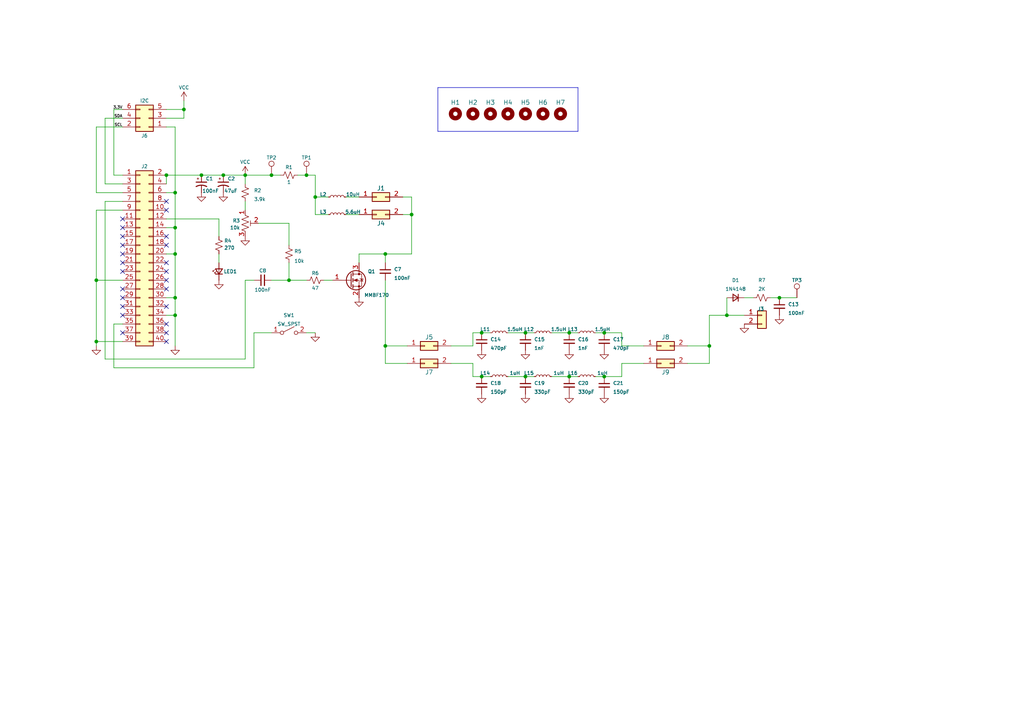
<source format=kicad_sch>
(kicad_sch (version 20230121) (generator eeschema)

  (uuid e63e39d7-6ac0-4ffd-8aa3-1841a4541b55)

  (paper "A4")

  (title_block
    (title "WSPR3")
    (rev "1")
  )

  (lib_symbols
    (symbol "Connector:TestPoint" (pin_numbers hide) (pin_names (offset 0.762) hide) (in_bom yes) (on_board yes)
      (property "Reference" "TP" (at 0 6.858 0)
        (effects (font (size 1.27 1.27)))
      )
      (property "Value" "TestPoint" (at 0 5.08 0)
        (effects (font (size 1.27 1.27)))
      )
      (property "Footprint" "" (at 5.08 0 0)
        (effects (font (size 1.27 1.27)) hide)
      )
      (property "Datasheet" "~" (at 5.08 0 0)
        (effects (font (size 1.27 1.27)) hide)
      )
      (property "ki_keywords" "test point tp" (at 0 0 0)
        (effects (font (size 1.27 1.27)) hide)
      )
      (property "ki_description" "test point" (at 0 0 0)
        (effects (font (size 1.27 1.27)) hide)
      )
      (property "ki_fp_filters" "Pin* Test*" (at 0 0 0)
        (effects (font (size 1.27 1.27)) hide)
      )
      (symbol "TestPoint_0_1"
        (circle (center 0 3.302) (radius 0.762)
          (stroke (width 0) (type default))
          (fill (type none))
        )
      )
      (symbol "TestPoint_1_1"
        (pin passive line (at 0 0 90) (length 2.54)
          (name "1" (effects (font (size 1.27 1.27))))
          (number "1" (effects (font (size 1.27 1.27))))
        )
      )
    )
    (symbol "Connector_Generic:Conn_01x02" (pin_names (offset 1.016) hide) (in_bom yes) (on_board yes)
      (property "Reference" "J" (at 0 2.54 0)
        (effects (font (size 1.27 1.27)))
      )
      (property "Value" "Conn_01x02" (at 0 -5.08 0)
        (effects (font (size 1.27 1.27)))
      )
      (property "Footprint" "" (at 0 0 0)
        (effects (font (size 1.27 1.27)) hide)
      )
      (property "Datasheet" "~" (at 0 0 0)
        (effects (font (size 1.27 1.27)) hide)
      )
      (property "ki_keywords" "connector" (at 0 0 0)
        (effects (font (size 1.27 1.27)) hide)
      )
      (property "ki_description" "Generic connector, single row, 01x02, script generated (kicad-library-utils/schlib/autogen/connector/)" (at 0 0 0)
        (effects (font (size 1.27 1.27)) hide)
      )
      (property "ki_fp_filters" "Connector*:*_1x??_*" (at 0 0 0)
        (effects (font (size 1.27 1.27)) hide)
      )
      (symbol "Conn_01x02_1_1"
        (rectangle (start -1.27 -2.413) (end 0 -2.667)
          (stroke (width 0.1524) (type default))
          (fill (type none))
        )
        (rectangle (start -1.27 0.127) (end 0 -0.127)
          (stroke (width 0.1524) (type default))
          (fill (type none))
        )
        (rectangle (start -1.27 1.27) (end 1.27 -3.81)
          (stroke (width 0.254) (type default))
          (fill (type background))
        )
        (pin passive line (at -5.08 0 0) (length 3.81)
          (name "Pin_1" (effects (font (size 1.27 1.27))))
          (number "1" (effects (font (size 1.27 1.27))))
        )
        (pin passive line (at -5.08 -2.54 0) (length 3.81)
          (name "Pin_2" (effects (font (size 1.27 1.27))))
          (number "2" (effects (font (size 1.27 1.27))))
        )
      )
    )
    (symbol "Connector_Generic:Conn_02x01" (pin_names (offset 1.016) hide) (in_bom yes) (on_board yes)
      (property "Reference" "J" (at 1.27 2.54 0)
        (effects (font (size 1.27 1.27)))
      )
      (property "Value" "Conn_02x01" (at 1.27 -2.54 0)
        (effects (font (size 1.27 1.27)))
      )
      (property "Footprint" "" (at 0 0 0)
        (effects (font (size 1.27 1.27)) hide)
      )
      (property "Datasheet" "~" (at 0 0 0)
        (effects (font (size 1.27 1.27)) hide)
      )
      (property "ki_keywords" "connector" (at 0 0 0)
        (effects (font (size 1.27 1.27)) hide)
      )
      (property "ki_description" "Generic connector, double row, 02x01, this symbol is compatible with counter-clockwise, top-bottom and odd-even numbering schemes., script generated (kicad-library-utils/schlib/autogen/connector/)" (at 0 0 0)
        (effects (font (size 1.27 1.27)) hide)
      )
      (property "ki_fp_filters" "Connector*:*_2x??_*" (at 0 0 0)
        (effects (font (size 1.27 1.27)) hide)
      )
      (symbol "Conn_02x01_1_1"
        (rectangle (start -1.27 0.127) (end 0 -0.127)
          (stroke (width 0.1524) (type default))
          (fill (type none))
        )
        (rectangle (start -1.27 1.27) (end 3.81 -1.27)
          (stroke (width 0.254) (type default))
          (fill (type background))
        )
        (rectangle (start 3.81 0.127) (end 2.54 -0.127)
          (stroke (width 0.1524) (type default))
          (fill (type none))
        )
        (pin passive line (at -5.08 0 0) (length 3.81)
          (name "Pin_1" (effects (font (size 1.27 1.27))))
          (number "1" (effects (font (size 1.27 1.27))))
        )
        (pin passive line (at 7.62 0 180) (length 3.81)
          (name "Pin_2" (effects (font (size 1.27 1.27))))
          (number "2" (effects (font (size 1.27 1.27))))
        )
      )
    )
    (symbol "Connector_Generic:Conn_02x03_Odd_Even" (pin_names (offset 1.016) hide) (in_bom yes) (on_board yes)
      (property "Reference" "J" (at 1.27 5.08 0)
        (effects (font (size 1.27 1.27)))
      )
      (property "Value" "Conn_02x03_Odd_Even" (at 1.27 -5.08 0)
        (effects (font (size 1.27 1.27)))
      )
      (property "Footprint" "" (at 0 0 0)
        (effects (font (size 1.27 1.27)) hide)
      )
      (property "Datasheet" "~" (at 0 0 0)
        (effects (font (size 1.27 1.27)) hide)
      )
      (property "ki_keywords" "connector" (at 0 0 0)
        (effects (font (size 1.27 1.27)) hide)
      )
      (property "ki_description" "Generic connector, double row, 02x03, odd/even pin numbering scheme (row 1 odd numbers, row 2 even numbers), script generated (kicad-library-utils/schlib/autogen/connector/)" (at 0 0 0)
        (effects (font (size 1.27 1.27)) hide)
      )
      (property "ki_fp_filters" "Connector*:*_2x??_*" (at 0 0 0)
        (effects (font (size 1.27 1.27)) hide)
      )
      (symbol "Conn_02x03_Odd_Even_1_1"
        (rectangle (start -1.27 -2.413) (end 0 -2.667)
          (stroke (width 0.1524) (type default))
          (fill (type none))
        )
        (rectangle (start -1.27 0.127) (end 0 -0.127)
          (stroke (width 0.1524) (type default))
          (fill (type none))
        )
        (rectangle (start -1.27 2.667) (end 0 2.413)
          (stroke (width 0.1524) (type default))
          (fill (type none))
        )
        (rectangle (start -1.27 3.81) (end 3.81 -3.81)
          (stroke (width 0.254) (type default))
          (fill (type background))
        )
        (rectangle (start 3.81 -2.413) (end 2.54 -2.667)
          (stroke (width 0.1524) (type default))
          (fill (type none))
        )
        (rectangle (start 3.81 0.127) (end 2.54 -0.127)
          (stroke (width 0.1524) (type default))
          (fill (type none))
        )
        (rectangle (start 3.81 2.667) (end 2.54 2.413)
          (stroke (width 0.1524) (type default))
          (fill (type none))
        )
        (pin passive line (at -5.08 2.54 0) (length 3.81)
          (name "Pin_1" (effects (font (size 1.27 1.27))))
          (number "1" (effects (font (size 1.27 1.27))))
        )
        (pin passive line (at 7.62 2.54 180) (length 3.81)
          (name "Pin_2" (effects (font (size 1.27 1.27))))
          (number "2" (effects (font (size 1.27 1.27))))
        )
        (pin passive line (at -5.08 0 0) (length 3.81)
          (name "Pin_3" (effects (font (size 1.27 1.27))))
          (number "3" (effects (font (size 1.27 1.27))))
        )
        (pin passive line (at 7.62 0 180) (length 3.81)
          (name "Pin_4" (effects (font (size 1.27 1.27))))
          (number "4" (effects (font (size 1.27 1.27))))
        )
        (pin passive line (at -5.08 -2.54 0) (length 3.81)
          (name "Pin_5" (effects (font (size 1.27 1.27))))
          (number "5" (effects (font (size 1.27 1.27))))
        )
        (pin passive line (at 7.62 -2.54 180) (length 3.81)
          (name "Pin_6" (effects (font (size 1.27 1.27))))
          (number "6" (effects (font (size 1.27 1.27))))
        )
      )
    )
    (symbol "Connector_Generic:Conn_02x20_Odd_Even" (pin_names (offset 1.016) hide) (in_bom yes) (on_board yes)
      (property "Reference" "J" (at 1.27 25.4 0)
        (effects (font (size 1.27 1.27)))
      )
      (property "Value" "Conn_02x20_Odd_Even" (at 1.27 -27.94 0)
        (effects (font (size 1.27 1.27)))
      )
      (property "Footprint" "" (at 0 0 0)
        (effects (font (size 1.27 1.27)) hide)
      )
      (property "Datasheet" "~" (at 0 0 0)
        (effects (font (size 1.27 1.27)) hide)
      )
      (property "ki_keywords" "connector" (at 0 0 0)
        (effects (font (size 1.27 1.27)) hide)
      )
      (property "ki_description" "Generic connector, double row, 02x20, odd/even pin numbering scheme (row 1 odd numbers, row 2 even numbers), script generated (kicad-library-utils/schlib/autogen/connector/)" (at 0 0 0)
        (effects (font (size 1.27 1.27)) hide)
      )
      (property "ki_fp_filters" "Connector*:*_2x??_*" (at 0 0 0)
        (effects (font (size 1.27 1.27)) hide)
      )
      (symbol "Conn_02x20_Odd_Even_1_1"
        (rectangle (start -1.27 -25.273) (end 0 -25.527)
          (stroke (width 0.1524) (type default))
          (fill (type none))
        )
        (rectangle (start -1.27 -22.733) (end 0 -22.987)
          (stroke (width 0.1524) (type default))
          (fill (type none))
        )
        (rectangle (start -1.27 -20.193) (end 0 -20.447)
          (stroke (width 0.1524) (type default))
          (fill (type none))
        )
        (rectangle (start -1.27 -17.653) (end 0 -17.907)
          (stroke (width 0.1524) (type default))
          (fill (type none))
        )
        (rectangle (start -1.27 -15.113) (end 0 -15.367)
          (stroke (width 0.1524) (type default))
          (fill (type none))
        )
        (rectangle (start -1.27 -12.573) (end 0 -12.827)
          (stroke (width 0.1524) (type default))
          (fill (type none))
        )
        (rectangle (start -1.27 -10.033) (end 0 -10.287)
          (stroke (width 0.1524) (type default))
          (fill (type none))
        )
        (rectangle (start -1.27 -7.493) (end 0 -7.747)
          (stroke (width 0.1524) (type default))
          (fill (type none))
        )
        (rectangle (start -1.27 -4.953) (end 0 -5.207)
          (stroke (width 0.1524) (type default))
          (fill (type none))
        )
        (rectangle (start -1.27 -2.413) (end 0 -2.667)
          (stroke (width 0.1524) (type default))
          (fill (type none))
        )
        (rectangle (start -1.27 0.127) (end 0 -0.127)
          (stroke (width 0.1524) (type default))
          (fill (type none))
        )
        (rectangle (start -1.27 2.667) (end 0 2.413)
          (stroke (width 0.1524) (type default))
          (fill (type none))
        )
        (rectangle (start -1.27 5.207) (end 0 4.953)
          (stroke (width 0.1524) (type default))
          (fill (type none))
        )
        (rectangle (start -1.27 7.747) (end 0 7.493)
          (stroke (width 0.1524) (type default))
          (fill (type none))
        )
        (rectangle (start -1.27 10.287) (end 0 10.033)
          (stroke (width 0.1524) (type default))
          (fill (type none))
        )
        (rectangle (start -1.27 12.827) (end 0 12.573)
          (stroke (width 0.1524) (type default))
          (fill (type none))
        )
        (rectangle (start -1.27 15.367) (end 0 15.113)
          (stroke (width 0.1524) (type default))
          (fill (type none))
        )
        (rectangle (start -1.27 17.907) (end 0 17.653)
          (stroke (width 0.1524) (type default))
          (fill (type none))
        )
        (rectangle (start -1.27 20.447) (end 0 20.193)
          (stroke (width 0.1524) (type default))
          (fill (type none))
        )
        (rectangle (start -1.27 22.987) (end 0 22.733)
          (stroke (width 0.1524) (type default))
          (fill (type none))
        )
        (rectangle (start -1.27 24.13) (end 3.81 -26.67)
          (stroke (width 0.254) (type default))
          (fill (type background))
        )
        (rectangle (start 3.81 -25.273) (end 2.54 -25.527)
          (stroke (width 0.1524) (type default))
          (fill (type none))
        )
        (rectangle (start 3.81 -22.733) (end 2.54 -22.987)
          (stroke (width 0.1524) (type default))
          (fill (type none))
        )
        (rectangle (start 3.81 -20.193) (end 2.54 -20.447)
          (stroke (width 0.1524) (type default))
          (fill (type none))
        )
        (rectangle (start 3.81 -17.653) (end 2.54 -17.907)
          (stroke (width 0.1524) (type default))
          (fill (type none))
        )
        (rectangle (start 3.81 -15.113) (end 2.54 -15.367)
          (stroke (width 0.1524) (type default))
          (fill (type none))
        )
        (rectangle (start 3.81 -12.573) (end 2.54 -12.827)
          (stroke (width 0.1524) (type default))
          (fill (type none))
        )
        (rectangle (start 3.81 -10.033) (end 2.54 -10.287)
          (stroke (width 0.1524) (type default))
          (fill (type none))
        )
        (rectangle (start 3.81 -7.493) (end 2.54 -7.747)
          (stroke (width 0.1524) (type default))
          (fill (type none))
        )
        (rectangle (start 3.81 -4.953) (end 2.54 -5.207)
          (stroke (width 0.1524) (type default))
          (fill (type none))
        )
        (rectangle (start 3.81 -2.413) (end 2.54 -2.667)
          (stroke (width 0.1524) (type default))
          (fill (type none))
        )
        (rectangle (start 3.81 0.127) (end 2.54 -0.127)
          (stroke (width 0.1524) (type default))
          (fill (type none))
        )
        (rectangle (start 3.81 2.667) (end 2.54 2.413)
          (stroke (width 0.1524) (type default))
          (fill (type none))
        )
        (rectangle (start 3.81 5.207) (end 2.54 4.953)
          (stroke (width 0.1524) (type default))
          (fill (type none))
        )
        (rectangle (start 3.81 7.747) (end 2.54 7.493)
          (stroke (width 0.1524) (type default))
          (fill (type none))
        )
        (rectangle (start 3.81 10.287) (end 2.54 10.033)
          (stroke (width 0.1524) (type default))
          (fill (type none))
        )
        (rectangle (start 3.81 12.827) (end 2.54 12.573)
          (stroke (width 0.1524) (type default))
          (fill (type none))
        )
        (rectangle (start 3.81 15.367) (end 2.54 15.113)
          (stroke (width 0.1524) (type default))
          (fill (type none))
        )
        (rectangle (start 3.81 17.907) (end 2.54 17.653)
          (stroke (width 0.1524) (type default))
          (fill (type none))
        )
        (rectangle (start 3.81 20.447) (end 2.54 20.193)
          (stroke (width 0.1524) (type default))
          (fill (type none))
        )
        (rectangle (start 3.81 22.987) (end 2.54 22.733)
          (stroke (width 0.1524) (type default))
          (fill (type none))
        )
        (pin passive line (at -5.08 22.86 0) (length 3.81)
          (name "Pin_1" (effects (font (size 1.27 1.27))))
          (number "1" (effects (font (size 1.27 1.27))))
        )
        (pin passive line (at 7.62 12.7 180) (length 3.81)
          (name "Pin_10" (effects (font (size 1.27 1.27))))
          (number "10" (effects (font (size 1.27 1.27))))
        )
        (pin passive line (at -5.08 10.16 0) (length 3.81)
          (name "Pin_11" (effects (font (size 1.27 1.27))))
          (number "11" (effects (font (size 1.27 1.27))))
        )
        (pin passive line (at 7.62 10.16 180) (length 3.81)
          (name "Pin_12" (effects (font (size 1.27 1.27))))
          (number "12" (effects (font (size 1.27 1.27))))
        )
        (pin passive line (at -5.08 7.62 0) (length 3.81)
          (name "Pin_13" (effects (font (size 1.27 1.27))))
          (number "13" (effects (font (size 1.27 1.27))))
        )
        (pin passive line (at 7.62 7.62 180) (length 3.81)
          (name "Pin_14" (effects (font (size 1.27 1.27))))
          (number "14" (effects (font (size 1.27 1.27))))
        )
        (pin passive line (at -5.08 5.08 0) (length 3.81)
          (name "Pin_15" (effects (font (size 1.27 1.27))))
          (number "15" (effects (font (size 1.27 1.27))))
        )
        (pin passive line (at 7.62 5.08 180) (length 3.81)
          (name "Pin_16" (effects (font (size 1.27 1.27))))
          (number "16" (effects (font (size 1.27 1.27))))
        )
        (pin passive line (at -5.08 2.54 0) (length 3.81)
          (name "Pin_17" (effects (font (size 1.27 1.27))))
          (number "17" (effects (font (size 1.27 1.27))))
        )
        (pin passive line (at 7.62 2.54 180) (length 3.81)
          (name "Pin_18" (effects (font (size 1.27 1.27))))
          (number "18" (effects (font (size 1.27 1.27))))
        )
        (pin passive line (at -5.08 0 0) (length 3.81)
          (name "Pin_19" (effects (font (size 1.27 1.27))))
          (number "19" (effects (font (size 1.27 1.27))))
        )
        (pin passive line (at 7.62 22.86 180) (length 3.81)
          (name "Pin_2" (effects (font (size 1.27 1.27))))
          (number "2" (effects (font (size 1.27 1.27))))
        )
        (pin passive line (at 7.62 0 180) (length 3.81)
          (name "Pin_20" (effects (font (size 1.27 1.27))))
          (number "20" (effects (font (size 1.27 1.27))))
        )
        (pin passive line (at -5.08 -2.54 0) (length 3.81)
          (name "Pin_21" (effects (font (size 1.27 1.27))))
          (number "21" (effects (font (size 1.27 1.27))))
        )
        (pin passive line (at 7.62 -2.54 180) (length 3.81)
          (name "Pin_22" (effects (font (size 1.27 1.27))))
          (number "22" (effects (font (size 1.27 1.27))))
        )
        (pin passive line (at -5.08 -5.08 0) (length 3.81)
          (name "Pin_23" (effects (font (size 1.27 1.27))))
          (number "23" (effects (font (size 1.27 1.27))))
        )
        (pin passive line (at 7.62 -5.08 180) (length 3.81)
          (name "Pin_24" (effects (font (size 1.27 1.27))))
          (number "24" (effects (font (size 1.27 1.27))))
        )
        (pin passive line (at -5.08 -7.62 0) (length 3.81)
          (name "Pin_25" (effects (font (size 1.27 1.27))))
          (number "25" (effects (font (size 1.27 1.27))))
        )
        (pin passive line (at 7.62 -7.62 180) (length 3.81)
          (name "Pin_26" (effects (font (size 1.27 1.27))))
          (number "26" (effects (font (size 1.27 1.27))))
        )
        (pin passive line (at -5.08 -10.16 0) (length 3.81)
          (name "Pin_27" (effects (font (size 1.27 1.27))))
          (number "27" (effects (font (size 1.27 1.27))))
        )
        (pin passive line (at 7.62 -10.16 180) (length 3.81)
          (name "Pin_28" (effects (font (size 1.27 1.27))))
          (number "28" (effects (font (size 1.27 1.27))))
        )
        (pin passive line (at -5.08 -12.7 0) (length 3.81)
          (name "Pin_29" (effects (font (size 1.27 1.27))))
          (number "29" (effects (font (size 1.27 1.27))))
        )
        (pin passive line (at -5.08 20.32 0) (length 3.81)
          (name "Pin_3" (effects (font (size 1.27 1.27))))
          (number "3" (effects (font (size 1.27 1.27))))
        )
        (pin passive line (at 7.62 -12.7 180) (length 3.81)
          (name "Pin_30" (effects (font (size 1.27 1.27))))
          (number "30" (effects (font (size 1.27 1.27))))
        )
        (pin passive line (at -5.08 -15.24 0) (length 3.81)
          (name "Pin_31" (effects (font (size 1.27 1.27))))
          (number "31" (effects (font (size 1.27 1.27))))
        )
        (pin passive line (at 7.62 -15.24 180) (length 3.81)
          (name "Pin_32" (effects (font (size 1.27 1.27))))
          (number "32" (effects (font (size 1.27 1.27))))
        )
        (pin passive line (at -5.08 -17.78 0) (length 3.81)
          (name "Pin_33" (effects (font (size 1.27 1.27))))
          (number "33" (effects (font (size 1.27 1.27))))
        )
        (pin passive line (at 7.62 -17.78 180) (length 3.81)
          (name "Pin_34" (effects (font (size 1.27 1.27))))
          (number "34" (effects (font (size 1.27 1.27))))
        )
        (pin passive line (at -5.08 -20.32 0) (length 3.81)
          (name "Pin_35" (effects (font (size 1.27 1.27))))
          (number "35" (effects (font (size 1.27 1.27))))
        )
        (pin passive line (at 7.62 -20.32 180) (length 3.81)
          (name "Pin_36" (effects (font (size 1.27 1.27))))
          (number "36" (effects (font (size 1.27 1.27))))
        )
        (pin passive line (at -5.08 -22.86 0) (length 3.81)
          (name "Pin_37" (effects (font (size 1.27 1.27))))
          (number "37" (effects (font (size 1.27 1.27))))
        )
        (pin passive line (at 7.62 -22.86 180) (length 3.81)
          (name "Pin_38" (effects (font (size 1.27 1.27))))
          (number "38" (effects (font (size 1.27 1.27))))
        )
        (pin passive line (at -5.08 -25.4 0) (length 3.81)
          (name "Pin_39" (effects (font (size 1.27 1.27))))
          (number "39" (effects (font (size 1.27 1.27))))
        )
        (pin passive line (at 7.62 20.32 180) (length 3.81)
          (name "Pin_4" (effects (font (size 1.27 1.27))))
          (number "4" (effects (font (size 1.27 1.27))))
        )
        (pin passive line (at 7.62 -25.4 180) (length 3.81)
          (name "Pin_40" (effects (font (size 1.27 1.27))))
          (number "40" (effects (font (size 1.27 1.27))))
        )
        (pin passive line (at -5.08 17.78 0) (length 3.81)
          (name "Pin_5" (effects (font (size 1.27 1.27))))
          (number "5" (effects (font (size 1.27 1.27))))
        )
        (pin passive line (at 7.62 17.78 180) (length 3.81)
          (name "Pin_6" (effects (font (size 1.27 1.27))))
          (number "6" (effects (font (size 1.27 1.27))))
        )
        (pin passive line (at -5.08 15.24 0) (length 3.81)
          (name "Pin_7" (effects (font (size 1.27 1.27))))
          (number "7" (effects (font (size 1.27 1.27))))
        )
        (pin passive line (at 7.62 15.24 180) (length 3.81)
          (name "Pin_8" (effects (font (size 1.27 1.27))))
          (number "8" (effects (font (size 1.27 1.27))))
        )
        (pin passive line (at -5.08 12.7 0) (length 3.81)
          (name "Pin_9" (effects (font (size 1.27 1.27))))
          (number "9" (effects (font (size 1.27 1.27))))
        )
      )
    )
    (symbol "Device:C_Polarized_Small_US" (pin_numbers hide) (pin_names (offset 0.254) hide) (in_bom yes) (on_board yes)
      (property "Reference" "C" (at 0.254 1.778 0)
        (effects (font (size 1.27 1.27)) (justify left))
      )
      (property "Value" "C_Polarized_Small_US" (at 0.254 -2.032 0)
        (effects (font (size 1.27 1.27)) (justify left))
      )
      (property "Footprint" "" (at 0 0 0)
        (effects (font (size 1.27 1.27)) hide)
      )
      (property "Datasheet" "~" (at 0 0 0)
        (effects (font (size 1.27 1.27)) hide)
      )
      (property "ki_keywords" "cap capacitor" (at 0 0 0)
        (effects (font (size 1.27 1.27)) hide)
      )
      (property "ki_description" "Polarized capacitor, small US symbol" (at 0 0 0)
        (effects (font (size 1.27 1.27)) hide)
      )
      (property "ki_fp_filters" "CP_*" (at 0 0 0)
        (effects (font (size 1.27 1.27)) hide)
      )
      (symbol "C_Polarized_Small_US_0_1"
        (polyline
          (pts
            (xy -1.524 0.508)
            (xy 1.524 0.508)
          )
          (stroke (width 0.3048) (type default))
          (fill (type none))
        )
        (polyline
          (pts
            (xy -1.27 1.524)
            (xy -0.762 1.524)
          )
          (stroke (width 0) (type default))
          (fill (type none))
        )
        (polyline
          (pts
            (xy -1.016 1.27)
            (xy -1.016 1.778)
          )
          (stroke (width 0) (type default))
          (fill (type none))
        )
        (arc (start 1.524 -0.762) (mid 0 -0.3734) (end -1.524 -0.762)
          (stroke (width 0.3048) (type default))
          (fill (type none))
        )
      )
      (symbol "C_Polarized_Small_US_1_1"
        (pin passive line (at 0 2.54 270) (length 2.032)
          (name "~" (effects (font (size 1.27 1.27))))
          (number "1" (effects (font (size 1.27 1.27))))
        )
        (pin passive line (at 0 -2.54 90) (length 2.032)
          (name "~" (effects (font (size 1.27 1.27))))
          (number "2" (effects (font (size 1.27 1.27))))
        )
      )
    )
    (symbol "Device:C_Small" (pin_numbers hide) (pin_names (offset 0.254) hide) (in_bom yes) (on_board yes)
      (property "Reference" "C" (at 0.254 1.778 0)
        (effects (font (size 1.27 1.27)) (justify left))
      )
      (property "Value" "C_Small" (at 0.254 -2.032 0)
        (effects (font (size 1.27 1.27)) (justify left))
      )
      (property "Footprint" "" (at 0 0 0)
        (effects (font (size 1.27 1.27)) hide)
      )
      (property "Datasheet" "~" (at 0 0 0)
        (effects (font (size 1.27 1.27)) hide)
      )
      (property "ki_keywords" "capacitor cap" (at 0 0 0)
        (effects (font (size 1.27 1.27)) hide)
      )
      (property "ki_description" "Unpolarized capacitor, small symbol" (at 0 0 0)
        (effects (font (size 1.27 1.27)) hide)
      )
      (property "ki_fp_filters" "C_*" (at 0 0 0)
        (effects (font (size 1.27 1.27)) hide)
      )
      (symbol "C_Small_0_1"
        (polyline
          (pts
            (xy -1.524 -0.508)
            (xy 1.524 -0.508)
          )
          (stroke (width 0.3302) (type default))
          (fill (type none))
        )
        (polyline
          (pts
            (xy -1.524 0.508)
            (xy 1.524 0.508)
          )
          (stroke (width 0.3048) (type default))
          (fill (type none))
        )
      )
      (symbol "C_Small_1_1"
        (pin passive line (at 0 2.54 270) (length 2.032)
          (name "~" (effects (font (size 1.27 1.27))))
          (number "1" (effects (font (size 1.27 1.27))))
        )
        (pin passive line (at 0 -2.54 90) (length 2.032)
          (name "~" (effects (font (size 1.27 1.27))))
          (number "2" (effects (font (size 1.27 1.27))))
        )
      )
    )
    (symbol "Device:D_Small" (pin_numbers hide) (pin_names (offset 0.254) hide) (in_bom yes) (on_board yes)
      (property "Reference" "D" (at -1.27 2.032 0)
        (effects (font (size 1.27 1.27)) (justify left))
      )
      (property "Value" "D_Small" (at -3.81 -2.032 0)
        (effects (font (size 1.27 1.27)) (justify left))
      )
      (property "Footprint" "" (at 0 0 90)
        (effects (font (size 1.27 1.27)) hide)
      )
      (property "Datasheet" "~" (at 0 0 90)
        (effects (font (size 1.27 1.27)) hide)
      )
      (property "ki_keywords" "diode" (at 0 0 0)
        (effects (font (size 1.27 1.27)) hide)
      )
      (property "ki_description" "Diode, small symbol" (at 0 0 0)
        (effects (font (size 1.27 1.27)) hide)
      )
      (property "ki_fp_filters" "TO-???* *_Diode_* *SingleDiode* D_*" (at 0 0 0)
        (effects (font (size 1.27 1.27)) hide)
      )
      (symbol "D_Small_0_1"
        (polyline
          (pts
            (xy -0.762 -1.016)
            (xy -0.762 1.016)
          )
          (stroke (width 0.254) (type default))
          (fill (type none))
        )
        (polyline
          (pts
            (xy -0.762 0)
            (xy 0.762 0)
          )
          (stroke (width 0) (type default))
          (fill (type none))
        )
        (polyline
          (pts
            (xy 0.762 -1.016)
            (xy -0.762 0)
            (xy 0.762 1.016)
            (xy 0.762 -1.016)
          )
          (stroke (width 0.254) (type default))
          (fill (type none))
        )
      )
      (symbol "D_Small_1_1"
        (pin passive line (at -2.54 0 0) (length 1.778)
          (name "K" (effects (font (size 1.27 1.27))))
          (number "1" (effects (font (size 1.27 1.27))))
        )
        (pin passive line (at 2.54 0 180) (length 1.778)
          (name "A" (effects (font (size 1.27 1.27))))
          (number "2" (effects (font (size 1.27 1.27))))
        )
      )
    )
    (symbol "Device:LED_Small" (pin_numbers hide) (pin_names (offset 0.254) hide) (in_bom yes) (on_board yes)
      (property "Reference" "D" (at -1.27 3.175 0)
        (effects (font (size 1.27 1.27)) (justify left))
      )
      (property "Value" "LED_Small" (at -4.445 -2.54 0)
        (effects (font (size 1.27 1.27)) (justify left))
      )
      (property "Footprint" "" (at 0 0 90)
        (effects (font (size 1.27 1.27)) hide)
      )
      (property "Datasheet" "~" (at 0 0 90)
        (effects (font (size 1.27 1.27)) hide)
      )
      (property "ki_keywords" "LED diode light-emitting-diode" (at 0 0 0)
        (effects (font (size 1.27 1.27)) hide)
      )
      (property "ki_description" "Light emitting diode, small symbol" (at 0 0 0)
        (effects (font (size 1.27 1.27)) hide)
      )
      (property "ki_fp_filters" "LED* LED_SMD:* LED_THT:*" (at 0 0 0)
        (effects (font (size 1.27 1.27)) hide)
      )
      (symbol "LED_Small_0_1"
        (polyline
          (pts
            (xy -0.762 -1.016)
            (xy -0.762 1.016)
          )
          (stroke (width 0.254) (type default))
          (fill (type none))
        )
        (polyline
          (pts
            (xy 1.016 0)
            (xy -0.762 0)
          )
          (stroke (width 0) (type default))
          (fill (type none))
        )
        (polyline
          (pts
            (xy 0.762 -1.016)
            (xy -0.762 0)
            (xy 0.762 1.016)
            (xy 0.762 -1.016)
          )
          (stroke (width 0.254) (type default))
          (fill (type none))
        )
        (polyline
          (pts
            (xy 0 0.762)
            (xy -0.508 1.27)
            (xy -0.254 1.27)
            (xy -0.508 1.27)
            (xy -0.508 1.016)
          )
          (stroke (width 0) (type default))
          (fill (type none))
        )
        (polyline
          (pts
            (xy 0.508 1.27)
            (xy 0 1.778)
            (xy 0.254 1.778)
            (xy 0 1.778)
            (xy 0 1.524)
          )
          (stroke (width 0) (type default))
          (fill (type none))
        )
      )
      (symbol "LED_Small_1_1"
        (pin passive line (at -2.54 0 0) (length 1.778)
          (name "K" (effects (font (size 1.27 1.27))))
          (number "1" (effects (font (size 1.27 1.27))))
        )
        (pin passive line (at 2.54 0 180) (length 1.778)
          (name "A" (effects (font (size 1.27 1.27))))
          (number "2" (effects (font (size 1.27 1.27))))
        )
      )
    )
    (symbol "Device:L_Small" (pin_numbers hide) (pin_names (offset 0.254) hide) (in_bom yes) (on_board yes)
      (property "Reference" "L" (at 0.762 1.016 0)
        (effects (font (size 1.27 1.27)) (justify left))
      )
      (property "Value" "L_Small" (at 0.762 -1.016 0)
        (effects (font (size 1.27 1.27)) (justify left))
      )
      (property "Footprint" "" (at 0 0 0)
        (effects (font (size 1.27 1.27)) hide)
      )
      (property "Datasheet" "~" (at 0 0 0)
        (effects (font (size 1.27 1.27)) hide)
      )
      (property "ki_keywords" "inductor choke coil reactor magnetic" (at 0 0 0)
        (effects (font (size 1.27 1.27)) hide)
      )
      (property "ki_description" "Inductor, small symbol" (at 0 0 0)
        (effects (font (size 1.27 1.27)) hide)
      )
      (property "ki_fp_filters" "Choke_* *Coil* Inductor_* L_*" (at 0 0 0)
        (effects (font (size 1.27 1.27)) hide)
      )
      (symbol "L_Small_0_1"
        (arc (start 0 -2.032) (mid 0.5058 -1.524) (end 0 -1.016)
          (stroke (width 0) (type default))
          (fill (type none))
        )
        (arc (start 0 -1.016) (mid 0.5058 -0.508) (end 0 0)
          (stroke (width 0) (type default))
          (fill (type none))
        )
        (arc (start 0 0) (mid 0.5058 0.508) (end 0 1.016)
          (stroke (width 0) (type default))
          (fill (type none))
        )
        (arc (start 0 1.016) (mid 0.5058 1.524) (end 0 2.032)
          (stroke (width 0) (type default))
          (fill (type none))
        )
      )
      (symbol "L_Small_1_1"
        (pin passive line (at 0 2.54 270) (length 0.508)
          (name "~" (effects (font (size 1.27 1.27))))
          (number "1" (effects (font (size 1.27 1.27))))
        )
        (pin passive line (at 0 -2.54 90) (length 0.508)
          (name "~" (effects (font (size 1.27 1.27))))
          (number "2" (effects (font (size 1.27 1.27))))
        )
      )
    )
    (symbol "Device:R_Potentiometer_Trim_US" (pin_names (offset 1.016) hide) (in_bom yes) (on_board yes)
      (property "Reference" "RV" (at -4.445 0 90)
        (effects (font (size 1.27 1.27)))
      )
      (property "Value" "R_Potentiometer_Trim_US" (at -2.54 0 90)
        (effects (font (size 1.27 1.27)))
      )
      (property "Footprint" "" (at 0 0 0)
        (effects (font (size 1.27 1.27)) hide)
      )
      (property "Datasheet" "~" (at 0 0 0)
        (effects (font (size 1.27 1.27)) hide)
      )
      (property "ki_keywords" "resistor variable trimpot trimmer" (at 0 0 0)
        (effects (font (size 1.27 1.27)) hide)
      )
      (property "ki_description" "Trim-potentiometer, US symbol" (at 0 0 0)
        (effects (font (size 1.27 1.27)) hide)
      )
      (property "ki_fp_filters" "Potentiometer*" (at 0 0 0)
        (effects (font (size 1.27 1.27)) hide)
      )
      (symbol "R_Potentiometer_Trim_US_0_1"
        (polyline
          (pts
            (xy 0 -2.286)
            (xy 0 -2.54)
          )
          (stroke (width 0) (type default))
          (fill (type none))
        )
        (polyline
          (pts
            (xy 0 2.286)
            (xy 0 2.54)
          )
          (stroke (width 0) (type default))
          (fill (type none))
        )
        (polyline
          (pts
            (xy 1.524 0.762)
            (xy 1.524 -0.762)
          )
          (stroke (width 0) (type default))
          (fill (type none))
        )
        (polyline
          (pts
            (xy 2.54 0)
            (xy 1.524 0)
          )
          (stroke (width 0) (type default))
          (fill (type none))
        )
        (polyline
          (pts
            (xy 0 -0.762)
            (xy 1.016 -1.143)
            (xy 0 -1.524)
            (xy -1.016 -1.905)
            (xy 0 -2.286)
          )
          (stroke (width 0) (type default))
          (fill (type none))
        )
        (polyline
          (pts
            (xy 0 0.762)
            (xy 1.016 0.381)
            (xy 0 0)
            (xy -1.016 -0.381)
            (xy 0 -0.762)
          )
          (stroke (width 0) (type default))
          (fill (type none))
        )
        (polyline
          (pts
            (xy 0 2.286)
            (xy 1.016 1.905)
            (xy 0 1.524)
            (xy -1.016 1.143)
            (xy 0 0.762)
          )
          (stroke (width 0) (type default))
          (fill (type none))
        )
      )
      (symbol "R_Potentiometer_Trim_US_1_1"
        (pin passive line (at 0 3.81 270) (length 1.27)
          (name "1" (effects (font (size 1.27 1.27))))
          (number "1" (effects (font (size 1.27 1.27))))
        )
        (pin passive line (at 3.81 0 180) (length 1.27)
          (name "2" (effects (font (size 1.27 1.27))))
          (number "2" (effects (font (size 1.27 1.27))))
        )
        (pin passive line (at 0 -3.81 90) (length 1.27)
          (name "3" (effects (font (size 1.27 1.27))))
          (number "3" (effects (font (size 1.27 1.27))))
        )
      )
    )
    (symbol "Device:R_Small_US" (pin_numbers hide) (pin_names (offset 0.254) hide) (in_bom yes) (on_board yes)
      (property "Reference" "R" (at 0.762 0.508 0)
        (effects (font (size 1.27 1.27)) (justify left))
      )
      (property "Value" "R_Small_US" (at 0.762 -1.016 0)
        (effects (font (size 1.27 1.27)) (justify left))
      )
      (property "Footprint" "" (at 0 0 0)
        (effects (font (size 1.27 1.27)) hide)
      )
      (property "Datasheet" "~" (at 0 0 0)
        (effects (font (size 1.27 1.27)) hide)
      )
      (property "ki_keywords" "r resistor" (at 0 0 0)
        (effects (font (size 1.27 1.27)) hide)
      )
      (property "ki_description" "Resistor, small US symbol" (at 0 0 0)
        (effects (font (size 1.27 1.27)) hide)
      )
      (property "ki_fp_filters" "R_*" (at 0 0 0)
        (effects (font (size 1.27 1.27)) hide)
      )
      (symbol "R_Small_US_1_1"
        (polyline
          (pts
            (xy 0 0)
            (xy 1.016 -0.381)
            (xy 0 -0.762)
            (xy -1.016 -1.143)
            (xy 0 -1.524)
          )
          (stroke (width 0) (type default))
          (fill (type none))
        )
        (polyline
          (pts
            (xy 0 1.524)
            (xy 1.016 1.143)
            (xy 0 0.762)
            (xy -1.016 0.381)
            (xy 0 0)
          )
          (stroke (width 0) (type default))
          (fill (type none))
        )
        (pin passive line (at 0 2.54 270) (length 1.016)
          (name "~" (effects (font (size 1.27 1.27))))
          (number "1" (effects (font (size 1.27 1.27))))
        )
        (pin passive line (at 0 -2.54 90) (length 1.016)
          (name "~" (effects (font (size 1.27 1.27))))
          (number "2" (effects (font (size 1.27 1.27))))
        )
      )
    )
    (symbol "Mechanical:MountingHole" (pin_names (offset 1.016)) (in_bom yes) (on_board yes)
      (property "Reference" "H" (at 0 5.08 0)
        (effects (font (size 1.27 1.27)))
      )
      (property "Value" "MountingHole" (at 0 3.175 0)
        (effects (font (size 1.27 1.27)))
      )
      (property "Footprint" "" (at 0 0 0)
        (effects (font (size 1.27 1.27)) hide)
      )
      (property "Datasheet" "~" (at 0 0 0)
        (effects (font (size 1.27 1.27)) hide)
      )
      (property "ki_keywords" "mounting hole" (at 0 0 0)
        (effects (font (size 1.27 1.27)) hide)
      )
      (property "ki_description" "Mounting Hole without connection" (at 0 0 0)
        (effects (font (size 1.27 1.27)) hide)
      )
      (property "ki_fp_filters" "MountingHole*" (at 0 0 0)
        (effects (font (size 1.27 1.27)) hide)
      )
      (symbol "MountingHole_0_1"
        (circle (center 0 0) (radius 1.27)
          (stroke (width 1.27) (type default))
          (fill (type none))
        )
      )
    )
    (symbol "Switch:SW_SPST" (pin_names (offset 0) hide) (in_bom yes) (on_board yes)
      (property "Reference" "SW" (at 0 3.175 0)
        (effects (font (size 1.27 1.27)))
      )
      (property "Value" "SW_SPST" (at 0 -2.54 0)
        (effects (font (size 1.27 1.27)))
      )
      (property "Footprint" "" (at 0 0 0)
        (effects (font (size 1.27 1.27)) hide)
      )
      (property "Datasheet" "~" (at 0 0 0)
        (effects (font (size 1.27 1.27)) hide)
      )
      (property "ki_keywords" "switch lever" (at 0 0 0)
        (effects (font (size 1.27 1.27)) hide)
      )
      (property "ki_description" "Single Pole Single Throw (SPST) switch" (at 0 0 0)
        (effects (font (size 1.27 1.27)) hide)
      )
      (symbol "SW_SPST_0_0"
        (circle (center -2.032 0) (radius 0.508)
          (stroke (width 0) (type default))
          (fill (type none))
        )
        (polyline
          (pts
            (xy -1.524 0.254)
            (xy 1.524 1.778)
          )
          (stroke (width 0) (type default))
          (fill (type none))
        )
        (circle (center 2.032 0) (radius 0.508)
          (stroke (width 0) (type default))
          (fill (type none))
        )
      )
      (symbol "SW_SPST_1_1"
        (pin passive line (at -5.08 0 0) (length 2.54)
          (name "A" (effects (font (size 1.27 1.27))))
          (number "1" (effects (font (size 1.27 1.27))))
        )
        (pin passive line (at 5.08 0 180) (length 2.54)
          (name "B" (effects (font (size 1.27 1.27))))
          (number "2" (effects (font (size 1.27 1.27))))
        )
      )
    )
    (symbol "Transistor_FET:MMBF170" (pin_names hide) (in_bom yes) (on_board yes)
      (property "Reference" "Q" (at 5.08 1.905 0)
        (effects (font (size 1.27 1.27)) (justify left))
      )
      (property "Value" "MMBF170" (at 5.08 0 0)
        (effects (font (size 1.27 1.27)) (justify left))
      )
      (property "Footprint" "Package_TO_SOT_SMD:SOT-23" (at 5.08 -1.905 0)
        (effects (font (size 1.27 1.27) italic) (justify left) hide)
      )
      (property "Datasheet" "https://www.diodes.com/assets/Datasheets/ds30104.pdf" (at 0 0 0)
        (effects (font (size 1.27 1.27)) (justify left) hide)
      )
      (property "ki_keywords" "N-Channel MOSFET" (at 0 0 0)
        (effects (font (size 1.27 1.27)) hide)
      )
      (property "ki_description" "0.5A Id, 60V Vds, N-Channel MOSFET, SOT-23" (at 0 0 0)
        (effects (font (size 1.27 1.27)) hide)
      )
      (property "ki_fp_filters" "SOT?23*" (at 0 0 0)
        (effects (font (size 1.27 1.27)) hide)
      )
      (symbol "MMBF170_0_1"
        (polyline
          (pts
            (xy 0.254 0)
            (xy -2.54 0)
          )
          (stroke (width 0) (type default))
          (fill (type none))
        )
        (polyline
          (pts
            (xy 0.254 1.905)
            (xy 0.254 -1.905)
          )
          (stroke (width 0.254) (type default))
          (fill (type none))
        )
        (polyline
          (pts
            (xy 0.762 -1.27)
            (xy 0.762 -2.286)
          )
          (stroke (width 0.254) (type default))
          (fill (type none))
        )
        (polyline
          (pts
            (xy 0.762 0.508)
            (xy 0.762 -0.508)
          )
          (stroke (width 0.254) (type default))
          (fill (type none))
        )
        (polyline
          (pts
            (xy 0.762 2.286)
            (xy 0.762 1.27)
          )
          (stroke (width 0.254) (type default))
          (fill (type none))
        )
        (polyline
          (pts
            (xy 2.54 2.54)
            (xy 2.54 1.778)
          )
          (stroke (width 0) (type default))
          (fill (type none))
        )
        (polyline
          (pts
            (xy 2.54 -2.54)
            (xy 2.54 0)
            (xy 0.762 0)
          )
          (stroke (width 0) (type default))
          (fill (type none))
        )
        (polyline
          (pts
            (xy 0.762 -1.778)
            (xy 3.302 -1.778)
            (xy 3.302 1.778)
            (xy 0.762 1.778)
          )
          (stroke (width 0) (type default))
          (fill (type none))
        )
        (polyline
          (pts
            (xy 1.016 0)
            (xy 2.032 0.381)
            (xy 2.032 -0.381)
            (xy 1.016 0)
          )
          (stroke (width 0) (type default))
          (fill (type outline))
        )
        (polyline
          (pts
            (xy 2.794 0.508)
            (xy 2.921 0.381)
            (xy 3.683 0.381)
            (xy 3.81 0.254)
          )
          (stroke (width 0) (type default))
          (fill (type none))
        )
        (polyline
          (pts
            (xy 3.302 0.381)
            (xy 2.921 -0.254)
            (xy 3.683 -0.254)
            (xy 3.302 0.381)
          )
          (stroke (width 0) (type default))
          (fill (type none))
        )
        (circle (center 1.651 0) (radius 2.794)
          (stroke (width 0.254) (type default))
          (fill (type none))
        )
        (circle (center 2.54 -1.778) (radius 0.254)
          (stroke (width 0) (type default))
          (fill (type outline))
        )
        (circle (center 2.54 1.778) (radius 0.254)
          (stroke (width 0) (type default))
          (fill (type outline))
        )
      )
      (symbol "MMBF170_1_1"
        (pin input line (at -5.08 0 0) (length 2.54)
          (name "G" (effects (font (size 1.27 1.27))))
          (number "1" (effects (font (size 1.27 1.27))))
        )
        (pin passive line (at 2.54 -5.08 90) (length 2.54)
          (name "S" (effects (font (size 1.27 1.27))))
          (number "2" (effects (font (size 1.27 1.27))))
        )
        (pin passive line (at 2.54 5.08 270) (length 2.54)
          (name "D" (effects (font (size 1.27 1.27))))
          (number "3" (effects (font (size 1.27 1.27))))
        )
      )
    )
    (symbol "power:GND" (power) (pin_names (offset 0)) (in_bom yes) (on_board yes)
      (property "Reference" "#PWR" (at 0 -6.35 0)
        (effects (font (size 1.27 1.27)) hide)
      )
      (property "Value" "GND" (at 0 -3.81 0)
        (effects (font (size 1.27 1.27)))
      )
      (property "Footprint" "" (at 0 0 0)
        (effects (font (size 1.27 1.27)) hide)
      )
      (property "Datasheet" "" (at 0 0 0)
        (effects (font (size 1.27 1.27)) hide)
      )
      (property "ki_keywords" "power-flag" (at 0 0 0)
        (effects (font (size 1.27 1.27)) hide)
      )
      (property "ki_description" "Power symbol creates a global label with name \"GND\" , ground" (at 0 0 0)
        (effects (font (size 1.27 1.27)) hide)
      )
      (symbol "GND_0_1"
        (polyline
          (pts
            (xy 0 0)
            (xy 0 -1.27)
            (xy 1.27 -1.27)
            (xy 0 -2.54)
            (xy -1.27 -1.27)
            (xy 0 -1.27)
          )
          (stroke (width 0) (type default))
          (fill (type none))
        )
      )
      (symbol "GND_1_1"
        (pin power_in line (at 0 0 270) (length 0) hide
          (name "GND" (effects (font (size 1.27 1.27))))
          (number "1" (effects (font (size 1.27 1.27))))
        )
      )
    )
    (symbol "power:VCC" (power) (pin_names (offset 0)) (in_bom yes) (on_board yes)
      (property "Reference" "#PWR" (at 0 -3.81 0)
        (effects (font (size 1.27 1.27)) hide)
      )
      (property "Value" "VCC" (at 0 3.81 0)
        (effects (font (size 1.27 1.27)))
      )
      (property "Footprint" "" (at 0 0 0)
        (effects (font (size 1.27 1.27)) hide)
      )
      (property "Datasheet" "" (at 0 0 0)
        (effects (font (size 1.27 1.27)) hide)
      )
      (property "ki_keywords" "power-flag" (at 0 0 0)
        (effects (font (size 1.27 1.27)) hide)
      )
      (property "ki_description" "Power symbol creates a global label with name \"VCC\"" (at 0 0 0)
        (effects (font (size 1.27 1.27)) hide)
      )
      (symbol "VCC_0_1"
        (polyline
          (pts
            (xy -0.762 1.27)
            (xy 0 2.54)
          )
          (stroke (width 0) (type default))
          (fill (type none))
        )
        (polyline
          (pts
            (xy 0 0)
            (xy 0 2.54)
          )
          (stroke (width 0) (type default))
          (fill (type none))
        )
        (polyline
          (pts
            (xy 0 2.54)
            (xy 0.762 1.27)
          )
          (stroke (width 0) (type default))
          (fill (type none))
        )
      )
      (symbol "VCC_1_1"
        (pin power_in line (at 0 0 90) (length 0) hide
          (name "VCC" (effects (font (size 1.27 1.27))))
          (number "1" (effects (font (size 1.27 1.27))))
        )
      )
    )
  )

  (junction (at 226.06 86.36) (diameter 0) (color 0 0 0 0)
    (uuid 009faf7a-af1f-4506-8c84-85b9f3bf2d36)
  )
  (junction (at 78.74 50.8) (diameter 0) (color 0 0 0 0)
    (uuid 12394e8d-aeed-459f-ba6b-a9896c010517)
  )
  (junction (at 88.9 50.8) (diameter 0) (color 0 0 0 0)
    (uuid 34f15adf-3353-4e2f-ab17-13397738b283)
  )
  (junction (at 175.26 96.52) (diameter 0) (color 0 0 0 0)
    (uuid 3b3f1948-5491-4348-8b9f-19cf1e5a9a1b)
  )
  (junction (at 50.8 55.88) (diameter 0) (color 0 0 0 0)
    (uuid 66b6c858-7aa5-4c9b-81b6-799fedf782b1)
  )
  (junction (at 50.8 66.04) (diameter 0) (color 0 0 0 0)
    (uuid 71d16782-0a92-456b-81eb-d8d0104c800f)
  )
  (junction (at 27.94 81.28) (diameter 0) (color 0 0 0 0)
    (uuid 7949b785-9691-46cb-88b9-bed885cfb10c)
  )
  (junction (at 58.42 50.8) (diameter 0) (color 0 0 0 0)
    (uuid 7f96e219-9cf7-42d3-99a6-da5231e43fa6)
  )
  (junction (at 48.26 50.8) (diameter 0) (color 0 0 0 0)
    (uuid 84890821-8c69-4ce8-b561-584b7551d7de)
  )
  (junction (at 50.8 73.66) (diameter 0) (color 0 0 0 0)
    (uuid 84916f83-d8a0-446a-8998-d523c09d50ab)
  )
  (junction (at 111.76 73.66) (diameter 0) (color 0 0 0 0)
    (uuid 9aafa86d-8f52-4330-8421-75076c49ecb1)
  )
  (junction (at 165.1 109.22) (diameter 0) (color 0 0 0 0)
    (uuid a3ac5d66-acd1-4676-a6da-47cc20f473b6)
  )
  (junction (at 210.82 91.44) (diameter 0) (color 0 0 0 0)
    (uuid ada532fc-aba8-4e74-bb4d-febe456790f2)
  )
  (junction (at 165.1 96.52) (diameter 0) (color 0 0 0 0)
    (uuid b2b9dfd6-e5e7-494d-8fe4-8b52da679560)
  )
  (junction (at 91.44 57.15) (diameter 0) (color 0 0 0 0)
    (uuid b78a9856-7730-4049-95cf-d1f36106c20a)
  )
  (junction (at 27.94 99.06) (diameter 0) (color 0 0 0 0)
    (uuid c1773a51-a103-4dfb-aa76-f7574fb60766)
  )
  (junction (at 139.7 109.22) (diameter 0) (color 0 0 0 0)
    (uuid c57b70e5-5bcf-4bff-8eeb-76f56debf3e3)
  )
  (junction (at 119.38 62.23) (diameter 0) (color 0 0 0 0)
    (uuid c618e80e-eaf6-4d9b-95cc-21a7ce2e18d3)
  )
  (junction (at 53.34 31.75) (diameter 0) (color 0 0 0 0)
    (uuid c6f6424b-3356-415a-8af9-a8f62fed8228)
  )
  (junction (at 152.4 96.52) (diameter 0) (color 0 0 0 0)
    (uuid c96fcf8f-af8a-4a06-a55b-4c7d5ec39ae1)
  )
  (junction (at 64.77 50.8) (diameter 0) (color 0 0 0 0)
    (uuid cb3c295f-19c5-40f2-83e0-8031dcb8643d)
  )
  (junction (at 139.7 96.52) (diameter 0) (color 0 0 0 0)
    (uuid cecc6866-b699-4d9a-9b45-0eeaddfadc43)
  )
  (junction (at 50.8 91.44) (diameter 0) (color 0 0 0 0)
    (uuid cf694585-a5a5-42d7-8fa8-560fcbe42e6e)
  )
  (junction (at 205.74 100.33) (diameter 0) (color 0 0 0 0)
    (uuid d1d52af8-4755-44a4-890d-e4a9b2a22f38)
  )
  (junction (at 71.12 50.8) (diameter 0) (color 0 0 0 0)
    (uuid d636a581-ae1d-4ab8-8c25-48adadd7c52d)
  )
  (junction (at 111.76 100.33) (diameter 0) (color 0 0 0 0)
    (uuid d72f840c-52af-432f-9056-fb4fa3932962)
  )
  (junction (at 152.4 109.22) (diameter 0) (color 0 0 0 0)
    (uuid e13b2694-2f66-48e4-bcf1-32f6ac2834df)
  )
  (junction (at 50.8 86.36) (diameter 0) (color 0 0 0 0)
    (uuid e1f93496-abe9-45e2-831b-73f10c9bf7fe)
  )
  (junction (at 175.26 109.22) (diameter 0) (color 0 0 0 0)
    (uuid f6b2ae03-a520-4f3d-b2c5-b9fc8bd98323)
  )
  (junction (at 83.82 81.28) (diameter 0) (color 0 0 0 0)
    (uuid f8b58b2b-3fa7-44a6-8fb6-9af5e4c4c1eb)
  )

  (no_connect (at 35.56 68.58) (uuid 097c2bc4-7f68-4285-8115-2541bd00c9ac))
  (no_connect (at 35.56 66.04) (uuid 097c2bc4-7f68-4285-8115-2541bd00c9ad))
  (no_connect (at 35.56 73.66) (uuid 097c2bc4-7f68-4285-8115-2541bd00c9ae))
  (no_connect (at 35.56 76.2) (uuid 097c2bc4-7f68-4285-8115-2541bd00c9af))
  (no_connect (at 35.56 78.74) (uuid 097c2bc4-7f68-4285-8115-2541bd00c9b0))
  (no_connect (at 48.26 68.58) (uuid 097c2bc4-7f68-4285-8115-2541bd00c9b1))
  (no_connect (at 35.56 63.5) (uuid 097c2bc4-7f68-4285-8115-2541bd00c9b2))
  (no_connect (at 48.26 71.12) (uuid 097c2bc4-7f68-4285-8115-2541bd00c9b4))
  (no_connect (at 48.26 99.06) (uuid 1281db9b-c79c-4bb6-9a71-621b60e22ce1))
  (no_connect (at 48.26 76.2) (uuid 1ff4c714-81a2-436b-b729-d48a22da26d0))
  (no_connect (at 48.26 83.82) (uuid 2e4733f3-4e8b-4e5e-925b-b5644b76781f))
  (no_connect (at 35.56 88.9) (uuid 2ecaa060-e699-476c-8b43-ec2558b6ef7f))
  (no_connect (at 48.26 88.9) (uuid 337197bd-62e7-4a8d-b19c-f1fcdf6c5ad3))
  (no_connect (at 48.26 93.98) (uuid 337197bd-62e7-4a8d-b19c-f1fcdf6c5ad4))
  (no_connect (at 35.56 96.52) (uuid 337197bd-62e7-4a8d-b19c-f1fcdf6c5ad5))
  (no_connect (at 35.56 71.12) (uuid 43ad95b8-5e2c-4d91-a133-5b3be1b4847e))
  (no_connect (at 48.26 81.28) (uuid 536419fe-819a-4d3c-9b52-9160c63d12e4))
  (no_connect (at 35.56 83.82) (uuid 766a55ca-b5a2-4703-9009-eb5e9a2e9cf6))
  (no_connect (at 48.26 60.96) (uuid ace1a167-a037-49b8-a61f-29f0c7299533))
  (no_connect (at 48.26 78.74) (uuid ca7ad856-acaa-4f3f-8c08-308040adf927))
  (no_connect (at 35.56 86.36) (uuid de12e572-109d-4ada-8aaa-94756accf1e8))
  (no_connect (at 48.26 96.52) (uuid dfd6675d-4c2b-44c2-b161-80303193ec6b))
  (no_connect (at 35.56 91.44) (uuid f79355d6-ac01-455f-9653-7343bfee6e40))
  (no_connect (at 48.26 58.42) (uuid fe91e491-ae00-4291-882f-4d741e723de5))

  (wire (pts (xy 91.44 96.52) (xy 88.9 96.52))
    (stroke (width 0) (type default))
    (uuid 005341e8-71a0-4909-97fa-c03f5942b68d)
  )
  (wire (pts (xy 50.8 86.36) (xy 48.26 86.36))
    (stroke (width 0) (type default))
    (uuid 050dd68d-43f9-42ba-887c-ce4349f862d2)
  )
  (wire (pts (xy 48.26 31.75) (xy 53.34 31.75))
    (stroke (width 0) (type default))
    (uuid 07772ee2-730b-43d2-88d5-fad4369b857a)
  )
  (wire (pts (xy 74.93 64.77) (xy 83.82 64.77))
    (stroke (width 0) (type default))
    (uuid 10bb0008-d9df-47e7-98b5-5d7171523580)
  )
  (wire (pts (xy 48.26 34.29) (xy 53.34 34.29))
    (stroke (width 0) (type default))
    (uuid 141467b5-20ca-45c1-8eef-54851c867076)
  )
  (wire (pts (xy 27.94 99.06) (xy 27.94 81.28))
    (stroke (width 0) (type default))
    (uuid 18695fe2-0a8f-4e94-a81c-d1e12bdcda31)
  )
  (wire (pts (xy 35.56 99.06) (xy 27.94 99.06))
    (stroke (width 0) (type default))
    (uuid 1ee3bd74-115c-4b67-835e-4185611ed923)
  )
  (wire (pts (xy 180.34 109.22) (xy 175.26 109.22))
    (stroke (width 0) (type default))
    (uuid 1f1204c6-4769-45a6-a34e-231e7b0d545f)
  )
  (wire (pts (xy 91.44 50.8) (xy 91.44 57.15))
    (stroke (width 0) (type default))
    (uuid 246784ff-d20a-4661-8f97-44d6ea3db27b)
  )
  (wire (pts (xy 48.26 53.34) (xy 48.26 50.8))
    (stroke (width 0) (type default))
    (uuid 24d65863-2154-46a1-8d8a-76dec4fc659f)
  )
  (wire (pts (xy 180.34 105.41) (xy 186.69 105.41))
    (stroke (width 0) (type default))
    (uuid 24f17b61-e503-4d7d-8de3-c5c9b5005b7f)
  )
  (wire (pts (xy 139.7 96.52) (xy 142.24 96.52))
    (stroke (width 0) (type default))
    (uuid 255e9ac5-035f-4493-a8b3-faacc9aec2fb)
  )
  (wire (pts (xy 30.48 104.14) (xy 71.12 104.14))
    (stroke (width 0) (type default))
    (uuid 279601bc-3e9a-4a09-8dea-05a6afdcc4db)
  )
  (wire (pts (xy 210.82 91.44) (xy 215.9 91.44))
    (stroke (width 0) (type default))
    (uuid 28631df0-0cf4-45e1-b825-9e6bc439c6d1)
  )
  (wire (pts (xy 27.94 81.28) (xy 27.94 60.96))
    (stroke (width 0) (type default))
    (uuid 289a5027-13b5-4f84-b3e9-892190effa25)
  )
  (wire (pts (xy 180.34 100.33) (xy 186.69 100.33))
    (stroke (width 0) (type default))
    (uuid 2947fef4-a718-4327-975a-f130c7f83efa)
  )
  (wire (pts (xy 205.74 91.44) (xy 205.74 100.33))
    (stroke (width 0) (type default))
    (uuid 2c041f61-ba21-4f9f-b14b-996da069a837)
  )
  (wire (pts (xy 91.44 62.23) (xy 95.25 62.23))
    (stroke (width 0) (type default))
    (uuid 33ccf78a-3e88-4830-b62f-00ebf5a1cec2)
  )
  (wire (pts (xy 83.82 64.77) (xy 83.82 71.12))
    (stroke (width 0) (type default))
    (uuid 35b68cb2-a79a-49fb-8b4f-bae5124dfae3)
  )
  (wire (pts (xy 111.76 100.33) (xy 118.11 100.33))
    (stroke (width 0) (type default))
    (uuid 35e50310-f8ea-4725-91ed-1ce6623d9d00)
  )
  (wire (pts (xy 73.66 96.52) (xy 73.66 106.68))
    (stroke (width 0) (type default))
    (uuid 3a81c56b-0f5a-40a0-aca6-677f78d68353)
  )
  (wire (pts (xy 50.8 55.88) (xy 48.26 55.88))
    (stroke (width 0) (type default))
    (uuid 406f7bc0-5560-471d-af1e-c6e833e67a8d)
  )
  (wire (pts (xy 35.56 58.42) (xy 30.48 58.42))
    (stroke (width 0) (type default))
    (uuid 40a7899d-fd1e-4097-a995-bfdb600e12ea)
  )
  (wire (pts (xy 64.77 50.8) (xy 71.12 50.8))
    (stroke (width 0) (type default))
    (uuid 4269d5cc-5e3e-4a5c-9d00-7800b3ba4560)
  )
  (wire (pts (xy 199.39 100.33) (xy 205.74 100.33))
    (stroke (width 0) (type default))
    (uuid 434ccce0-badc-4d75-98d0-f04e6d174d97)
  )
  (wire (pts (xy 50.8 100.33) (xy 50.8 91.44))
    (stroke (width 0) (type default))
    (uuid 4471e441-829d-4292-ba31-68fcaa32eaaf)
  )
  (wire (pts (xy 210.82 86.36) (xy 210.82 91.44))
    (stroke (width 0) (type default))
    (uuid 469e135f-ad9b-49d1-9905-8b8525ec1f1c)
  )
  (wire (pts (xy 111.76 100.33) (xy 111.76 105.41))
    (stroke (width 0) (type default))
    (uuid 4b0a5806-57eb-4d84-9e4e-44413db1dfd1)
  )
  (wire (pts (xy 165.1 109.22) (xy 167.64 109.22))
    (stroke (width 0) (type default))
    (uuid 4f1ce131-fcc1-4951-bca8-523a271e3def)
  )
  (wire (pts (xy 139.7 109.22) (xy 142.24 109.22))
    (stroke (width 0) (type default))
    (uuid 513e4414-3f56-430a-b5c6-7c1ab2f7e47d)
  )
  (wire (pts (xy 27.94 36.83) (xy 35.56 36.83))
    (stroke (width 0) (type default))
    (uuid 53db8824-592c-43af-ab1f-042b3cb26f4a)
  )
  (wire (pts (xy 205.74 91.44) (xy 210.82 91.44))
    (stroke (width 0) (type default))
    (uuid 547aaa3b-6931-4134-8ece-6e3a491bcd5f)
  )
  (wire (pts (xy 130.81 105.41) (xy 137.16 105.41))
    (stroke (width 0) (type default))
    (uuid 5483b1fd-6d68-4142-83b0-977ef5ba3b26)
  )
  (wire (pts (xy 50.8 86.36) (xy 50.8 73.66))
    (stroke (width 0) (type default))
    (uuid 54c27e2d-52b9-4197-956b-7db5f761b4df)
  )
  (wire (pts (xy 137.16 100.33) (xy 137.16 96.52))
    (stroke (width 0) (type default))
    (uuid 58e39f13-739f-4d93-abcc-6aeec3a7c030)
  )
  (wire (pts (xy 53.34 29.21) (xy 53.34 31.75))
    (stroke (width 0) (type default))
    (uuid 58e411d2-a005-4631-ac54-378716dcaba5)
  )
  (wire (pts (xy 104.14 73.66) (xy 104.14 76.2))
    (stroke (width 0) (type default))
    (uuid 5c062474-ce46-4727-b7fe-f356a9b45180)
  )
  (wire (pts (xy 33.02 31.75) (xy 33.02 50.8))
    (stroke (width 0) (type default))
    (uuid 5d29c6eb-4cc8-4f7f-9b28-2d38dcdbdcd4)
  )
  (wire (pts (xy 137.16 105.41) (xy 137.16 109.22))
    (stroke (width 0) (type default))
    (uuid 5e035258-234b-4ab3-b915-ec5e17ff4ce5)
  )
  (wire (pts (xy 111.76 73.66) (xy 119.38 73.66))
    (stroke (width 0) (type default))
    (uuid 65b4c257-7327-4e2c-aed5-e1bcbf2a7f76)
  )
  (wire (pts (xy 137.16 109.22) (xy 139.7 109.22))
    (stroke (width 0) (type default))
    (uuid 65c25ec3-a2fd-4768-a2b3-4dc938ed830c)
  )
  (wire (pts (xy 91.44 57.15) (xy 91.44 62.23))
    (stroke (width 0) (type default))
    (uuid 67974e2d-2797-4b8b-8886-5ff634efc96a)
  )
  (wire (pts (xy 111.76 81.28) (xy 111.76 100.33))
    (stroke (width 0) (type default))
    (uuid 6cd893fb-3dec-4686-8bc2-d553e26c154c)
  )
  (wire (pts (xy 33.02 31.75) (xy 35.56 31.75))
    (stroke (width 0) (type default))
    (uuid 6e5f0e11-49fc-4a58-b9ae-0e055d49aeed)
  )
  (wire (pts (xy 71.12 58.42) (xy 71.12 60.96))
    (stroke (width 0) (type default))
    (uuid 6f077d16-f281-47ea-93e5-bbb73e875fc1)
  )
  (wire (pts (xy 50.8 73.66) (xy 48.26 73.66))
    (stroke (width 0) (type default))
    (uuid 75828b44-2df4-489c-be52-aa6efeac5bb8)
  )
  (wire (pts (xy 160.02 109.22) (xy 165.1 109.22))
    (stroke (width 0) (type default))
    (uuid 772ad9ac-5e62-40c1-bad0-410b2bd8c43d)
  )
  (wire (pts (xy 30.48 34.29) (xy 35.56 34.29))
    (stroke (width 0) (type default))
    (uuid 776fd560-8fb9-4e79-819a-d3f47ea3c901)
  )
  (wire (pts (xy 30.48 53.34) (xy 35.56 53.34))
    (stroke (width 0) (type default))
    (uuid 7919ec19-9f44-420f-9648-fa4f47313d29)
  )
  (wire (pts (xy 147.32 96.52) (xy 152.4 96.52))
    (stroke (width 0) (type default))
    (uuid 7dbbb6e4-d0b8-41d8-bb87-4fb5b79edaab)
  )
  (wire (pts (xy 27.94 36.83) (xy 27.94 55.88))
    (stroke (width 0) (type default))
    (uuid 7e124405-edb0-4b19-a048-58f22b6bae18)
  )
  (wire (pts (xy 119.38 57.15) (xy 119.38 62.23))
    (stroke (width 0) (type default))
    (uuid 7f4ed74c-9b69-4cda-aebd-80f382023438)
  )
  (wire (pts (xy 50.8 73.66) (xy 50.8 66.04))
    (stroke (width 0) (type default))
    (uuid 7fab0234-5867-4752-b417-f359bd28077d)
  )
  (wire (pts (xy 71.12 104.14) (xy 71.12 81.28))
    (stroke (width 0) (type default))
    (uuid 7fc60376-91f8-453c-a8df-a899af5d2110)
  )
  (wire (pts (xy 116.84 62.23) (xy 119.38 62.23))
    (stroke (width 0) (type default))
    (uuid 82a4fad0-c90b-4dd2-a4f8-d21e60c7d242)
  )
  (wire (pts (xy 30.48 34.29) (xy 30.48 53.34))
    (stroke (width 0) (type default))
    (uuid 8713b6d2-e03b-48e4-bfa8-6eb40e8d1ac3)
  )
  (wire (pts (xy 100.33 57.15) (xy 104.14 57.15))
    (stroke (width 0) (type default))
    (uuid 872d7e1b-d279-4292-89d7-1166292c8443)
  )
  (wire (pts (xy 35.56 50.8) (xy 33.02 50.8))
    (stroke (width 0) (type default))
    (uuid 8983e291-624e-49c7-8d3f-f94a6fb14bea)
  )
  (wire (pts (xy 63.5 73.66) (xy 63.5 76.2))
    (stroke (width 0) (type default))
    (uuid 8a50afc7-c416-4675-8e0d-caf135926926)
  )
  (polyline (pts (xy 167.64 25.4) (xy 167.64 38.1))
    (stroke (width 0) (type default))
    (uuid 8e94950e-c3ef-46ee-8475-3ff5a680d12b)
  )

  (wire (pts (xy 116.84 57.15) (xy 119.38 57.15))
    (stroke (width 0) (type default))
    (uuid 8ee91845-83f6-4836-bc58-6c7d309d8990)
  )
  (wire (pts (xy 33.02 106.68) (xy 73.66 106.68))
    (stroke (width 0) (type default))
    (uuid 93a00e54-bcf8-4f87-97bd-39780268d1b0)
  )
  (wire (pts (xy 180.34 105.41) (xy 180.34 109.22))
    (stroke (width 0) (type default))
    (uuid 93db664b-adc1-4820-8fd1-8cc2eb835239)
  )
  (wire (pts (xy 58.42 50.8) (xy 64.77 50.8))
    (stroke (width 0) (type default))
    (uuid 953496d9-e3e4-41ac-8372-db9162772e54)
  )
  (polyline (pts (xy 127 25.4) (xy 167.64 25.4))
    (stroke (width 0) (type default))
    (uuid 960e9d15-dd2c-4d15-84b9-3bcb0bc4899d)
  )

  (wire (pts (xy 226.06 86.36) (xy 231.14 86.36))
    (stroke (width 0) (type default))
    (uuid 9a4bd83c-a6f8-4460-bdd9-e8022caa0bdb)
  )
  (wire (pts (xy 152.4 109.22) (xy 154.94 109.22))
    (stroke (width 0) (type default))
    (uuid 9aca523b-d280-4709-9465-546061bbff4c)
  )
  (polyline (pts (xy 167.64 38.1) (xy 127 38.1))
    (stroke (width 0) (type default))
    (uuid 9acdf798-8ebe-4909-bf3c-8decb50bdcd1)
  )

  (wire (pts (xy 180.34 96.52) (xy 175.26 96.52))
    (stroke (width 0) (type default))
    (uuid 9f160ad1-d924-4f98-b1f2-bf2c513b6d9c)
  )
  (wire (pts (xy 91.44 50.8) (xy 88.9 50.8))
    (stroke (width 0) (type default))
    (uuid a2aff5c5-6178-4ece-972d-0767a1db521b)
  )
  (wire (pts (xy 50.8 66.04) (xy 48.26 66.04))
    (stroke (width 0) (type default))
    (uuid a5304358-7b80-4644-866b-0df407e2ae51)
  )
  (wire (pts (xy 111.76 73.66) (xy 111.76 76.2))
    (stroke (width 0) (type default))
    (uuid a80b59f7-907f-4e42-8130-4a046387d3e2)
  )
  (wire (pts (xy 111.76 105.41) (xy 118.11 105.41))
    (stroke (width 0) (type default))
    (uuid a825a773-ba0c-4ccc-b64b-a90c2eb257d8)
  )
  (wire (pts (xy 160.02 96.52) (xy 165.1 96.52))
    (stroke (width 0) (type default))
    (uuid a8307d39-bec1-42a2-b2c3-d14ae69fae9c)
  )
  (wire (pts (xy 50.8 91.44) (xy 50.8 86.36))
    (stroke (width 0) (type default))
    (uuid af067ad6-e4ec-4d26-bf8b-359310c41a93)
  )
  (wire (pts (xy 83.82 81.28) (xy 88.9 81.28))
    (stroke (width 0) (type default))
    (uuid b0ee6365-2549-4237-8e44-50d44cc21e56)
  )
  (wire (pts (xy 100.33 62.23) (xy 104.14 62.23))
    (stroke (width 0) (type default))
    (uuid b2bc04ad-fc65-4548-91e3-11d721e36867)
  )
  (wire (pts (xy 63.5 63.5) (xy 63.5 68.58))
    (stroke (width 0) (type default))
    (uuid b3f60815-96b2-4cff-b4d7-213a27a5a533)
  )
  (wire (pts (xy 86.36 50.8) (xy 88.9 50.8))
    (stroke (width 0) (type default))
    (uuid b74ca66a-b7ae-4110-910d-214297092cb4)
  )
  (wire (pts (xy 172.72 96.52) (xy 175.26 96.52))
    (stroke (width 0) (type default))
    (uuid b7ef7806-35d8-4f7e-af7c-742af124ae51)
  )
  (wire (pts (xy 165.1 96.52) (xy 167.64 96.52))
    (stroke (width 0) (type default))
    (uuid b979082b-27ea-477c-9794-1cfc23956ca7)
  )
  (wire (pts (xy 180.34 100.33) (xy 180.34 96.52))
    (stroke (width 0) (type default))
    (uuid bd542b4a-23f8-4a57-a1a0-2ef02d3c1493)
  )
  (wire (pts (xy 93.98 81.28) (xy 96.52 81.28))
    (stroke (width 0) (type default))
    (uuid bed5a6bc-d476-4eb8-992f-837fe0505ccf)
  )
  (wire (pts (xy 33.02 93.98) (xy 33.02 106.68))
    (stroke (width 0) (type default))
    (uuid beea44f3-745d-445c-9e13-42ff2d253097)
  )
  (wire (pts (xy 152.4 96.52) (xy 154.94 96.52))
    (stroke (width 0) (type default))
    (uuid c67bd84c-9afd-4795-809e-24d1a2812cfe)
  )
  (wire (pts (xy 71.12 81.28) (xy 73.66 81.28))
    (stroke (width 0) (type default))
    (uuid c693ff32-51b5-418d-9098-f67496bb3f42)
  )
  (wire (pts (xy 147.32 109.22) (xy 152.4 109.22))
    (stroke (width 0) (type default))
    (uuid c7150ac1-e63c-4dee-8b29-199f40a0e38c)
  )
  (wire (pts (xy 205.74 100.33) (xy 205.74 105.41))
    (stroke (width 0) (type default))
    (uuid c73480cc-0c63-4423-bae6-fc162cf31d9e)
  )
  (wire (pts (xy 48.26 36.83) (xy 50.8 36.83))
    (stroke (width 0) (type default))
    (uuid c856635d-c42d-47fb-9d2b-0a059bd3f327)
  )
  (wire (pts (xy 35.56 93.98) (xy 33.02 93.98))
    (stroke (width 0) (type default))
    (uuid c8d0eff4-fea8-431c-8c76-9dd05c3107d0)
  )
  (wire (pts (xy 73.66 96.52) (xy 78.74 96.52))
    (stroke (width 0) (type default))
    (uuid c9375d1e-be38-4e5a-b4fd-17a3bde59b83)
  )
  (wire (pts (xy 130.81 100.33) (xy 137.16 100.33))
    (stroke (width 0) (type default))
    (uuid d0aa948d-bd00-4094-b292-357ddbe6ac5a)
  )
  (wire (pts (xy 71.12 50.8) (xy 78.74 50.8))
    (stroke (width 0) (type default))
    (uuid d13fb710-b35e-4122-8b29-dec83b348b9e)
  )
  (wire (pts (xy 27.94 81.28) (xy 35.56 81.28))
    (stroke (width 0) (type default))
    (uuid d188f902-4ee6-41f2-b042-16eb5ea55073)
  )
  (wire (pts (xy 223.52 86.36) (xy 226.06 86.36))
    (stroke (width 0) (type default))
    (uuid d4d8736f-012b-4aa4-80e0-fc92a7b563a7)
  )
  (wire (pts (xy 50.8 66.04) (xy 50.8 55.88))
    (stroke (width 0) (type default))
    (uuid d6829115-fb93-4b60-b4a6-b5efd7bfbdec)
  )
  (wire (pts (xy 27.94 99.06) (xy 27.94 100.33))
    (stroke (width 0) (type default))
    (uuid d695517d-8470-4197-9e45-ed1a55428fee)
  )
  (wire (pts (xy 71.12 50.8) (xy 71.12 53.34))
    (stroke (width 0) (type default))
    (uuid d75459ca-98fb-418c-a848-ac73ba309a09)
  )
  (wire (pts (xy 48.26 63.5) (xy 63.5 63.5))
    (stroke (width 0) (type default))
    (uuid d8af59d4-4a30-48b9-b810-a2ae378fc577)
  )
  (wire (pts (xy 83.82 81.28) (xy 83.82 76.2))
    (stroke (width 0) (type default))
    (uuid da87dea0-5dc1-40f8-bfa4-80970cd34e32)
  )
  (wire (pts (xy 78.74 50.8) (xy 81.28 50.8))
    (stroke (width 0) (type default))
    (uuid db1d5b19-dc26-481f-9ad7-293eea504317)
  )
  (wire (pts (xy 78.74 81.28) (xy 83.82 81.28))
    (stroke (width 0) (type default))
    (uuid dbcaedeb-0754-4336-b0b9-df3d9b7d6929)
  )
  (wire (pts (xy 137.16 96.52) (xy 139.7 96.52))
    (stroke (width 0) (type default))
    (uuid dea39cd7-9a51-4c05-ba4e-71fdb0825136)
  )
  (wire (pts (xy 172.72 109.22) (xy 175.26 109.22))
    (stroke (width 0) (type default))
    (uuid e06dae49-bae1-4521-82c3-71dfaa894bb7)
  )
  (polyline (pts (xy 127 25.4) (xy 127 38.1))
    (stroke (width 0) (type default))
    (uuid e141b706-576c-48c3-b2c9-7dc7b199f59c)
  )

  (wire (pts (xy 48.26 50.8) (xy 58.42 50.8))
    (stroke (width 0) (type default))
    (uuid e32b0a08-a82c-4a1b-b9bb-4a88f182dd5e)
  )
  (wire (pts (xy 27.94 55.88) (xy 35.56 55.88))
    (stroke (width 0) (type default))
    (uuid e541f14a-07ed-4113-a045-2ea1ea1b05a5)
  )
  (wire (pts (xy 104.14 73.66) (xy 111.76 73.66))
    (stroke (width 0) (type default))
    (uuid e7c24ae9-92a0-4ba5-97af-e0a4ebaf7d13)
  )
  (wire (pts (xy 50.8 36.83) (xy 50.8 55.88))
    (stroke (width 0) (type default))
    (uuid eb1f1fea-aeb8-492d-bdd3-07c9d05ff7d7)
  )
  (wire (pts (xy 27.94 60.96) (xy 35.56 60.96))
    (stroke (width 0) (type default))
    (uuid ebc8e5e2-c4b1-4170-a57d-73ff1b106a16)
  )
  (wire (pts (xy 30.48 58.42) (xy 30.48 104.14))
    (stroke (width 0) (type default))
    (uuid ef355ff3-2533-4b69-9634-e6e05e2a34a5)
  )
  (wire (pts (xy 53.34 34.29) (xy 53.34 31.75))
    (stroke (width 0) (type default))
    (uuid efaaffd6-f718-410b-97ef-de64e38b9cd3)
  )
  (wire (pts (xy 91.44 57.15) (xy 95.25 57.15))
    (stroke (width 0) (type default))
    (uuid f0902c62-2ca2-449f-810b-3cd1c6547671)
  )
  (wire (pts (xy 199.39 105.41) (xy 205.74 105.41))
    (stroke (width 0) (type default))
    (uuid f66fdf51-6a8d-4053-87b2-e1b95dec8160)
  )
  (wire (pts (xy 119.38 62.23) (xy 119.38 73.66))
    (stroke (width 0) (type default))
    (uuid fa4f129e-9121-4a71-8b78-222cc8efba3f)
  )
  (wire (pts (xy 50.8 91.44) (xy 48.26 91.44))
    (stroke (width 0) (type default))
    (uuid fed28d72-5e44-460e-9b38-376308576ee8)
  )
  (wire (pts (xy 215.9 86.36) (xy 218.44 86.36))
    (stroke (width 0) (type default))
    (uuid fee4c165-fb9f-474f-b976-b99dcaab2a33)
  )

  (label "SCL" (at 35.56 36.83 180) (fields_autoplaced)
    (effects (font (size 0.8 0.8)) (justify right bottom))
    (uuid 42c98b6a-36a4-4816-a65c-2b28bf78f08a)
  )
  (label "SDA" (at 35.56 34.29 180) (fields_autoplaced)
    (effects (font (size 0.8 0.8)) (justify right bottom))
    (uuid 67a826b5-7e08-404f-89d1-6eca40e02363)
  )
  (label "3.3V" (at 35.56 31.75 180) (fields_autoplaced)
    (effects (font (size 0.8 0.8)) (justify right bottom))
    (uuid ca80fb9b-14cb-4a40-89f1-c4bc2bae4f1c)
  )

  (symbol (lib_id "power:GND") (at 139.7 101.6 0) (unit 1)
    (in_bom yes) (on_board yes) (dnp no) (fields_autoplaced)
    (uuid 04ec852b-78b2-4ec3-ac64-828b6eaba25b)
    (property "Reference" "#PWR021" (at 139.7 107.95 0)
      (effects (font (size 1 1)) hide)
    )
    (property "Value" "GND" (at 139.7 106.68 0)
      (effects (font (size 1 1)) hide)
    )
    (property "Footprint" "" (at 139.7 101.6 0)
      (effects (font (size 1.27 1.27)) hide)
    )
    (property "Datasheet" "" (at 139.7 101.6 0)
      (effects (font (size 1.27 1.27)) hide)
    )
    (pin "1" (uuid b504f8b4-58f0-42b0-bd00-93e0535291b5))
    (instances
      (project "WSPRzero"
        (path "/e63e39d7-6ac0-4ffd-8aa3-1841a4541b55"
          (reference "#PWR021") (unit 1)
        )
      )
    )
  )

  (symbol (lib_id "power:GND") (at 104.14 86.36 0) (unit 1)
    (in_bom yes) (on_board yes) (dnp no) (fields_autoplaced)
    (uuid 0af227a2-1ecf-4eff-aba0-739d53606570)
    (property "Reference" "#PWR010" (at 104.14 92.71 0)
      (effects (font (size 1 1)) hide)
    )
    (property "Value" "GND" (at 104.14 91.44 0)
      (effects (font (size 1 1)) hide)
    )
    (property "Footprint" "" (at 104.14 86.36 0)
      (effects (font (size 1.27 1.27)) hide)
    )
    (property "Datasheet" "" (at 104.14 86.36 0)
      (effects (font (size 1.27 1.27)) hide)
    )
    (pin "1" (uuid bd0460fa-1dcb-4d25-b828-113c0b45aa22))
    (instances
      (project "WSPRzero"
        (path "/e63e39d7-6ac0-4ffd-8aa3-1841a4541b55"
          (reference "#PWR010") (unit 1)
        )
      )
    )
  )

  (symbol (lib_id "power:GND") (at 226.06 91.44 0) (unit 1)
    (in_bom yes) (on_board yes) (dnp no) (fields_autoplaced)
    (uuid 0ca13fab-e2d9-4d2e-bddc-1452df3dd5cf)
    (property "Reference" "#PWR015" (at 226.06 97.79 0)
      (effects (font (size 1 1)) hide)
    )
    (property "Value" "GND" (at 226.06 96.52 0)
      (effects (font (size 1 1)) hide)
    )
    (property "Footprint" "" (at 226.06 91.44 0)
      (effects (font (size 1.27 1.27)) hide)
    )
    (property "Datasheet" "" (at 226.06 91.44 0)
      (effects (font (size 1.27 1.27)) hide)
    )
    (pin "1" (uuid 89beb318-e4e0-4606-8f52-8dcd44979f95))
    (instances
      (project "WSPRzero"
        (path "/e63e39d7-6ac0-4ffd-8aa3-1841a4541b55"
          (reference "#PWR015") (unit 1)
        )
      )
    )
  )

  (symbol (lib_id "Device:C_Small") (at 139.7 111.76 0) (unit 1)
    (in_bom yes) (on_board yes) (dnp no)
    (uuid 0e4d2818-a4b0-4fb7-b363-5f0ceddf1b79)
    (property "Reference" "C18" (at 142.24 111.1313 0)
      (effects (font (size 1 1)) (justify left))
    )
    (property "Value" "150pF" (at 142.24 113.6713 0)
      (effects (font (size 1 1)) (justify left))
    )
    (property "Footprint" "Capacitor_SMD:C_0603_1608Metric" (at 139.7 111.76 0)
      (effects (font (size 1.27 1.27)) hide)
    )
    (property "Datasheet" "~" (at 139.7 111.76 0)
      (effects (font (size 1.27 1.27)) hide)
    )
    (pin "1" (uuid f27c65ad-d126-41d2-9191-b0c656bf735f))
    (pin "2" (uuid a8932612-c2cd-45da-b3b9-5664cfcfa77e))
    (instances
      (project "WSPRzero"
        (path "/e63e39d7-6ac0-4ffd-8aa3-1841a4541b55"
          (reference "C18") (unit 1)
        )
      )
    )
  )

  (symbol (lib_id "Device:R_Small_US") (at 83.82 50.8 90) (unit 1)
    (in_bom yes) (on_board yes) (dnp no)
    (uuid 1278ad9b-dbe4-4c67-83f6-33ade6c28f2c)
    (property "Reference" "R1" (at 83.82 48.514 90)
      (effects (font (size 1 1)))
    )
    (property "Value" "1" (at 83.82 52.832 90)
      (effects (font (size 1 1)))
    )
    (property "Footprint" "Resistor_SMD:R_0603_1608Metric" (at 83.82 50.8 0)
      (effects (font (size 1.27 1.27)) hide)
    )
    (property "Datasheet" "~" (at 83.82 50.8 0)
      (effects (font (size 1.27 1.27)) hide)
    )
    (pin "1" (uuid 20689c9f-4aef-4a17-876a-424afafc4ca0))
    (pin "2" (uuid f13d4e02-809d-452f-86c6-ea89c35b24ca))
    (instances
      (project "WSPRzero"
        (path "/e63e39d7-6ac0-4ffd-8aa3-1841a4541b55"
          (reference "R1") (unit 1)
        )
      )
    )
  )

  (symbol (lib_id "Device:R_Small_US") (at 63.5 71.12 180) (unit 1)
    (in_bom yes) (on_board yes) (dnp no)
    (uuid 132bed06-77a7-48a5-b7e9-d47282ef1389)
    (property "Reference" "R4" (at 65.024 69.85 0)
      (effects (font (size 1 1)) (justify right))
    )
    (property "Value" "270" (at 65.024 71.882 0)
      (effects (font (size 1 1)) (justify right))
    )
    (property "Footprint" "Resistor_SMD:R_0603_1608Metric" (at 63.5 71.12 0)
      (effects (font (size 1.27 1.27)) hide)
    )
    (property "Datasheet" "~" (at 63.5 71.12 0)
      (effects (font (size 1.27 1.27)) hide)
    )
    (pin "1" (uuid 70b21feb-5e3b-4578-9030-4986d59398e0))
    (pin "2" (uuid be64d538-e280-4965-94c7-f906817b4ac9))
    (instances
      (project "WSPRzero"
        (path "/e63e39d7-6ac0-4ffd-8aa3-1841a4541b55"
          (reference "R4") (unit 1)
        )
      )
    )
  )

  (symbol (lib_id "Device:C_Polarized_Small_US") (at 58.42 53.34 0) (unit 1)
    (in_bom yes) (on_board yes) (dnp no)
    (uuid 167186bf-2c47-421b-af82-9164029d705d)
    (property "Reference" "C1" (at 59.69 51.816 0)
      (effects (font (size 1 1)) (justify left))
    )
    (property "Value" "100nF" (at 58.674 55.372 0)
      (effects (font (size 1 1)) (justify left))
    )
    (property "Footprint" "Capacitor_SMD:C_0603_1608Metric" (at 58.42 53.34 0)
      (effects (font (size 1.27 1.27)) hide)
    )
    (property "Datasheet" "~" (at 58.42 53.34 0)
      (effects (font (size 1.27 1.27)) hide)
    )
    (pin "1" (uuid 582dafb4-d2ac-41cf-9dc5-a4ff42e40418))
    (pin "2" (uuid 25618971-24b4-44a4-b42b-f325fc3c7735))
    (instances
      (project "WSPRzero"
        (path "/e63e39d7-6ac0-4ffd-8aa3-1841a4541b55"
          (reference "C1") (unit 1)
        )
      )
    )
  )

  (symbol (lib_id "Device:C_Small") (at 175.26 111.76 0) (unit 1)
    (in_bom yes) (on_board yes) (dnp no) (fields_autoplaced)
    (uuid 1d84aef6-bd25-42d1-84b1-607fd1ba407a)
    (property "Reference" "C21" (at 177.8 111.1313 0)
      (effects (font (size 1 1)) (justify left))
    )
    (property "Value" "150pF" (at 177.8 113.6713 0)
      (effects (font (size 1 1)) (justify left))
    )
    (property "Footprint" "Capacitor_SMD:C_0603_1608Metric" (at 175.26 111.76 0)
      (effects (font (size 1.27 1.27)) hide)
    )
    (property "Datasheet" "~" (at 175.26 111.76 0)
      (effects (font (size 1.27 1.27)) hide)
    )
    (pin "1" (uuid 462580aa-fb2d-40fc-bfcf-a19a5d193f2d))
    (pin "2" (uuid b4b49e5b-4e1b-479f-a139-4d888a3dd712))
    (instances
      (project "WSPRzero"
        (path "/e63e39d7-6ac0-4ffd-8aa3-1841a4541b55"
          (reference "C21") (unit 1)
        )
      )
    )
  )

  (symbol (lib_id "Connector_Generic:Conn_02x03_Odd_Even") (at 43.18 34.29 180) (unit 1)
    (in_bom yes) (on_board yes) (dnp no)
    (uuid 1fa8afc3-2e41-4c99-b897-afc2ada2a13c)
    (property "Reference" "J6" (at 41.91 39.37 0)
      (effects (font (size 1 1)))
    )
    (property "Value" "I2C" (at 41.91 29.21 0)
      (effects (font (size 1 1)))
    )
    (property "Footprint" "Connector_PinHeader_2.54mm:PinHeader_2x03_P2.54mm_Vertical" (at 43.18 34.29 0)
      (effects (font (size 1.27 1.27)) hide)
    )
    (property "Datasheet" "~" (at 43.18 34.29 0)
      (effects (font (size 1.27 1.27)) hide)
    )
    (pin "2" (uuid af61f020-e228-44ae-b097-cc24a8ce7de2))
    (pin "4" (uuid 8690b996-bfe3-4168-a8b3-0ec93a3b9e23))
    (pin "6" (uuid 4e1b5651-11ac-4c41-a90c-0d5323fd3504))
    (pin "5" (uuid fcb9a26d-d97a-404d-b706-f18208c60783))
    (pin "1" (uuid 4ae11171-1eff-427f-b32d-063c3bddae8c))
    (pin "3" (uuid 055fd243-2a07-4505-935c-a9bde38a9060))
    (instances
      (project "WSPRzero"
        (path "/e63e39d7-6ac0-4ffd-8aa3-1841a4541b55"
          (reference "J6") (unit 1)
        )
      )
    )
  )

  (symbol (lib_id "Device:L_Small") (at 144.78 109.22 90) (unit 1)
    (in_bom yes) (on_board yes) (dnp no)
    (uuid 2310014e-396d-48bd-8dfc-ff3941bf3006)
    (property "Reference" "L14" (at 140.716 108.204 90)
      (effects (font (size 1 1)))
    )
    (property "Value" "1uH" (at 149.352 108.204 90)
      (effects (font (size 1 1)))
    )
    (property "Footprint" "Inductor_SMD:L_0805_2012Metric" (at 144.78 109.22 0)
      (effects (font (size 1.27 1.27)) hide)
    )
    (property "Datasheet" "~" (at 144.78 109.22 0)
      (effects (font (size 1.27 1.27)) hide)
    )
    (pin "1" (uuid 72a53c74-72c9-4419-b55d-d23575245fe7))
    (pin "2" (uuid 1903793d-01ea-4bee-beee-8636c01e9347))
    (instances
      (project "WSPRzero"
        (path "/e63e39d7-6ac0-4ffd-8aa3-1841a4541b55"
          (reference "L14") (unit 1)
        )
      )
    )
  )

  (symbol (lib_id "power:GND") (at 165.1 114.3 0) (unit 1)
    (in_bom yes) (on_board yes) (dnp no) (fields_autoplaced)
    (uuid 249577d7-aabd-4927-89e5-6ad5caead2d3)
    (property "Reference" "#PWR027" (at 165.1 120.65 0)
      (effects (font (size 1 1)) hide)
    )
    (property "Value" "GND" (at 165.1 119.38 0)
      (effects (font (size 1 1)) hide)
    )
    (property "Footprint" "" (at 165.1 114.3 0)
      (effects (font (size 1.27 1.27)) hide)
    )
    (property "Datasheet" "" (at 165.1 114.3 0)
      (effects (font (size 1.27 1.27)) hide)
    )
    (pin "1" (uuid 8cfa553e-45a9-4b43-9c6f-15b78ec447c0))
    (instances
      (project "WSPRzero"
        (path "/e63e39d7-6ac0-4ffd-8aa3-1841a4541b55"
          (reference "#PWR027") (unit 1)
        )
      )
    )
  )

  (symbol (lib_id "Device:L_Small") (at 157.48 109.22 90) (unit 1)
    (in_bom yes) (on_board yes) (dnp no)
    (uuid 2a3a7555-4a56-46b9-b45e-d3abfcdd3e4b)
    (property "Reference" "L15" (at 153.416 108.204 90)
      (effects (font (size 1 1)))
    )
    (property "Value" "1uH" (at 162.052 108.204 90)
      (effects (font (size 1 1)))
    )
    (property "Footprint" "Inductor_SMD:L_0805_2012Metric" (at 157.48 109.22 0)
      (effects (font (size 1.27 1.27)) hide)
    )
    (property "Datasheet" "~" (at 157.48 109.22 0)
      (effects (font (size 1.27 1.27)) hide)
    )
    (pin "1" (uuid 0b7836db-2668-4852-8dd5-a4d5260c8114))
    (pin "2" (uuid f26578e7-37f1-4a44-9a3f-911173008894))
    (instances
      (project "WSPRzero"
        (path "/e63e39d7-6ac0-4ffd-8aa3-1841a4541b55"
          (reference "L15") (unit 1)
        )
      )
    )
  )

  (symbol (lib_id "power:GND") (at 58.42 55.88 0) (unit 1)
    (in_bom yes) (on_board yes) (dnp no) (fields_autoplaced)
    (uuid 2aa388b6-3a2f-4872-a56a-14ee29bbc179)
    (property "Reference" "#PWR02" (at 58.42 62.23 0)
      (effects (font (size 1 1)) hide)
    )
    (property "Value" "GND" (at 58.42 60.96 0)
      (effects (font (size 1 1)) hide)
    )
    (property "Footprint" "" (at 58.42 55.88 0)
      (effects (font (size 1.27 1.27)) hide)
    )
    (property "Datasheet" "" (at 58.42 55.88 0)
      (effects (font (size 1.27 1.27)) hide)
    )
    (pin "1" (uuid 8bdcde32-6935-4cd9-acb7-16392faee1de))
    (instances
      (project "WSPRzero"
        (path "/e63e39d7-6ac0-4ffd-8aa3-1841a4541b55"
          (reference "#PWR02") (unit 1)
        )
      )
    )
  )

  (symbol (lib_id "Mechanical:MountingHole") (at 142.24 33.02 0) (unit 1)
    (in_bom yes) (on_board yes) (dnp no)
    (uuid 2f914325-3822-4fc1-a79e-8b9ecea9505d)
    (property "Reference" "H3" (at 142.24 29.718 0)
      (effects (font (size 1.27 1.27)))
    )
    (property "Value" "MountingHole" (at 144.78 34.2899 0)
      (effects (font (size 1.27 1.27)) (justify left) hide)
    )
    (property "Footprint" "MountingHole:MountingHole_3.2mm_M3_DIN965_Pad" (at 142.24 33.02 0)
      (effects (font (size 1.27 1.27)) hide)
    )
    (property "Datasheet" "~" (at 142.24 33.02 0)
      (effects (font (size 1.27 1.27)) hide)
    )
    (instances
      (project "WSPRzero"
        (path "/e63e39d7-6ac0-4ffd-8aa3-1841a4541b55"
          (reference "H3") (unit 1)
        )
      )
    )
  )

  (symbol (lib_id "Mechanical:MountingHole") (at 162.56 33.02 0) (unit 1)
    (in_bom yes) (on_board yes) (dnp no)
    (uuid 3800e27e-61f8-4b5d-b4cf-1270e03ebc2b)
    (property "Reference" "H7" (at 162.56 29.718 0)
      (effects (font (size 1.27 1.27)))
    )
    (property "Value" "MountingHole" (at 165.1 34.2899 0)
      (effects (font (size 1.27 1.27)) (justify left) hide)
    )
    (property "Footprint" "MountingHole:mousebites" (at 162.56 33.02 0)
      (effects (font (size 1.27 1.27)) hide)
    )
    (property "Datasheet" "~" (at 162.56 33.02 0)
      (effects (font (size 1.27 1.27)) hide)
    )
    (instances
      (project "WSPRzero"
        (path "/e63e39d7-6ac0-4ffd-8aa3-1841a4541b55"
          (reference "H7") (unit 1)
        )
      )
    )
  )

  (symbol (lib_id "Device:C_Small") (at 152.4 111.76 0) (unit 1)
    (in_bom yes) (on_board yes) (dnp no) (fields_autoplaced)
    (uuid 410ff133-1948-4957-b635-b39dbf326adf)
    (property "Reference" "C19" (at 154.94 111.1313 0)
      (effects (font (size 1 1)) (justify left))
    )
    (property "Value" "330pF" (at 154.94 113.6713 0)
      (effects (font (size 1 1)) (justify left))
    )
    (property "Footprint" "Capacitor_SMD:C_0603_1608Metric" (at 152.4 111.76 0)
      (effects (font (size 1.27 1.27)) hide)
    )
    (property "Datasheet" "~" (at 152.4 111.76 0)
      (effects (font (size 1.27 1.27)) hide)
    )
    (pin "1" (uuid 470dc2c4-0375-4499-be78-95596ca7f9ae))
    (pin "2" (uuid 75e2e014-9a1b-47ba-ad4c-5f6cd6502c74))
    (instances
      (project "WSPRzero"
        (path "/e63e39d7-6ac0-4ffd-8aa3-1841a4541b55"
          (reference "C19") (unit 1)
        )
      )
    )
  )

  (symbol (lib_id "power:GND") (at 175.26 101.6 0) (unit 1)
    (in_bom yes) (on_board yes) (dnp no) (fields_autoplaced)
    (uuid 42ffabcd-232b-4d7f-ad6e-261d8f0cd240)
    (property "Reference" "#PWR024" (at 175.26 107.95 0)
      (effects (font (size 1 1)) hide)
    )
    (property "Value" "GND" (at 175.26 106.68 0)
      (effects (font (size 1 1)) hide)
    )
    (property "Footprint" "" (at 175.26 101.6 0)
      (effects (font (size 1.27 1.27)) hide)
    )
    (property "Datasheet" "" (at 175.26 101.6 0)
      (effects (font (size 1.27 1.27)) hide)
    )
    (pin "1" (uuid 62fdd72d-bbb8-4f51-a734-d1d9b8538ed4))
    (instances
      (project "WSPRzero"
        (path "/e63e39d7-6ac0-4ffd-8aa3-1841a4541b55"
          (reference "#PWR024") (unit 1)
        )
      )
    )
  )

  (symbol (lib_id "power:VCC") (at 71.12 50.8 0) (unit 1)
    (in_bom yes) (on_board yes) (dnp no) (fields_autoplaced)
    (uuid 454d5f42-b4ba-4cb1-a77f-6e07bfd508c0)
    (property "Reference" "#PWR01" (at 71.12 54.61 0)
      (effects (font (size 1 1)) hide)
    )
    (property "Value" "VCC" (at 71.12 46.99 0)
      (effects (font (size 1 1)))
    )
    (property "Footprint" "" (at 71.12 50.8 0)
      (effects (font (size 1.27 1.27)) hide)
    )
    (property "Datasheet" "" (at 71.12 50.8 0)
      (effects (font (size 1.27 1.27)) hide)
    )
    (pin "1" (uuid b1321c3d-525d-47e8-9b28-23a0ce46a4d1))
    (instances
      (project "WSPRzero"
        (path "/e63e39d7-6ac0-4ffd-8aa3-1841a4541b55"
          (reference "#PWR01") (unit 1)
        )
      )
    )
  )

  (symbol (lib_id "Device:R_Potentiometer_Trim_US") (at 71.12 64.77 0) (unit 1)
    (in_bom yes) (on_board yes) (dnp no)
    (uuid 49dded44-0dd2-4691-8d4f-cbc4eb0f4c19)
    (property "Reference" "R3" (at 69.596 64.008 0)
      (effects (font (size 1 1)) (justify right))
    )
    (property "Value" "10k" (at 69.596 66.04 0)
      (effects (font (size 1 1)) (justify right))
    )
    (property "Footprint" "Potentiometer_SMD:Potentiometer_Bourns_3314J_Vertical" (at 71.12 64.77 0)
      (effects (font (size 1.27 1.27)) hide)
    )
    (property "Datasheet" "~" (at 71.12 64.77 0)
      (effects (font (size 1.27 1.27)) hide)
    )
    (pin "1" (uuid ea82386a-5104-43f7-a762-2b26a3371d7e))
    (pin "2" (uuid ca8b550a-f0d1-4f1c-aca4-238bc29d4be4))
    (pin "3" (uuid 14657142-e00e-48bb-9cf1-d8c28a131251))
    (instances
      (project "WSPRzero"
        (path "/e63e39d7-6ac0-4ffd-8aa3-1841a4541b55"
          (reference "R3") (unit 1)
        )
      )
    )
  )

  (symbol (lib_id "Device:R_Small_US") (at 91.44 81.28 90) (unit 1)
    (in_bom yes) (on_board yes) (dnp no)
    (uuid 5155ef83-897d-4f66-a25e-9333609fb67a)
    (property "Reference" "R6" (at 91.44 79.248 90)
      (effects (font (size 1 1)))
    )
    (property "Value" "47" (at 91.44 83.566 90)
      (effects (font (size 1 1)))
    )
    (property "Footprint" "Resistor_SMD:R_0603_1608Metric" (at 91.44 81.28 0)
      (effects (font (size 1.27 1.27)) hide)
    )
    (property "Datasheet" "~" (at 91.44 81.28 0)
      (effects (font (size 1.27 1.27)) hide)
    )
    (pin "1" (uuid e0f8b231-7b2e-4c30-ad1a-b266494e15cc))
    (pin "2" (uuid 8f508a59-09b9-4540-95f8-51febfc5fb5d))
    (instances
      (project "WSPRzero"
        (path "/e63e39d7-6ac0-4ffd-8aa3-1841a4541b55"
          (reference "R6") (unit 1)
        )
      )
    )
  )

  (symbol (lib_id "Connector_Generic:Conn_02x20_Odd_Even") (at 40.64 73.66 0) (unit 1)
    (in_bom yes) (on_board yes) (dnp no)
    (uuid 52cf7cb3-1606-47ef-8e60-053981e52a76)
    (property "Reference" "J2" (at 41.91 48.26 0)
      (effects (font (size 1 1)))
    )
    (property "Value" "Conn_02x20_Odd_Even" (at 41.91 48.514 0)
      (effects (font (size 1 1)) hide)
    )
    (property "Footprint" "Connector_PinSocket_2.54mm:PinSocket_2x20_P2.54mm_Vertical" (at 40.64 73.66 0)
      (effects (font (size 1.27 1.27)) hide)
    )
    (property "Datasheet" "~" (at 40.64 73.66 0)
      (effects (font (size 1.27 1.27)) hide)
    )
    (pin "1" (uuid 62f4effa-78cd-4ed7-a4fb-024f708d0c1a))
    (pin "10" (uuid 687f5ae3-c942-4375-841c-d0fa1bf7b736))
    (pin "11" (uuid 0c1380fd-de9b-4527-a058-6db8cd40a0b5))
    (pin "12" (uuid 60c8ff61-7d91-4da7-8c57-31b275633f89))
    (pin "13" (uuid 9b9f7445-faae-4f55-99a9-095365147e8f))
    (pin "14" (uuid d0f9db5c-60b5-4743-a31a-06a1a6c6819a))
    (pin "15" (uuid ebb430b4-7402-4e74-9db7-9efbd42c279a))
    (pin "16" (uuid ed2e8f8c-7324-4ee3-9929-cbb10ff7616c))
    (pin "17" (uuid db824cdc-2624-4ca4-8946-97d13a28d1f5))
    (pin "18" (uuid f4785a2f-1c25-4934-8444-b92ab76cb1a2))
    (pin "19" (uuid 99fc7bed-1144-4a1e-ba2b-855da7e557d7))
    (pin "2" (uuid bc092c4f-4a67-4ac1-820e-ac7f345eee98))
    (pin "20" (uuid 4c1c10e5-4c4c-44bb-96f6-e0398216f10b))
    (pin "21" (uuid 2bc0363b-cc79-4835-b46c-5ddc24848e67))
    (pin "22" (uuid 1db21503-fd72-4657-a29b-be8531cf48c3))
    (pin "23" (uuid 7bf38217-ec43-4148-9bbb-43dded5b54a9))
    (pin "24" (uuid 84363740-ef79-48e2-be1b-e3d99fa07552))
    (pin "25" (uuid b8f20e74-7df4-4f39-8064-f337db7364cc))
    (pin "26" (uuid 21939c44-ecbe-4e1b-9a78-a2c823cfc166))
    (pin "27" (uuid d0cce62d-f69a-4778-8d83-9cadf3061169))
    (pin "28" (uuid 99a6a95b-b3e2-49a6-b70f-66853f2c5f70))
    (pin "29" (uuid bd7d7fe3-fc8f-4b9d-ab48-d1edf58d71f5))
    (pin "3" (uuid ce09899d-6fb3-4d5e-be88-4868619abbf9))
    (pin "30" (uuid dccd9d79-1954-46a2-89fd-e27311d329bd))
    (pin "31" (uuid fdf6f1af-6e7b-4630-8703-6ab7f0cceca1))
    (pin "32" (uuid dd0b0ea2-ae09-45cf-9a14-c2008830b1cd))
    (pin "33" (uuid d15a0043-d361-4d9e-9945-b2930987313a))
    (pin "34" (uuid 00d1a909-0e3d-428b-ab2d-c4f85a299e0e))
    (pin "35" (uuid b591728c-b4dd-4e11-a0b4-35e6549a3042))
    (pin "36" (uuid 524153f5-3c5c-4973-9912-023beeaa118a))
    (pin "37" (uuid 61384eb1-86e0-4a64-b2f2-0cbfbea2d1b3))
    (pin "38" (uuid c57e1155-9b67-4d7a-be31-264cc80a1581))
    (pin "39" (uuid 858dce5e-364a-4308-8034-328b8a80cbbd))
    (pin "4" (uuid 7d67f7cc-befc-4d54-b6a6-79b5d124dbf4))
    (pin "40" (uuid 9b6a8ed6-15b4-4c26-9c67-5274f1debddd))
    (pin "5" (uuid 17f549fc-b065-48f7-93e8-5c52107c9d62))
    (pin "6" (uuid aac20004-1e6d-45b0-912c-63d5a0afc294))
    (pin "7" (uuid 20b5a6f4-ced3-46a8-849d-7923547e060a))
    (pin "8" (uuid 669c83df-7206-4f17-8108-631580c3161e))
    (pin "9" (uuid ba612cf6-9e44-49f8-a6e8-b498da4162e7))
    (instances
      (project "WSPRzero"
        (path "/e63e39d7-6ac0-4ffd-8aa3-1841a4541b55"
          (reference "J2") (unit 1)
        )
      )
    )
  )

  (symbol (lib_id "Device:L_Small") (at 170.18 109.22 90) (unit 1)
    (in_bom yes) (on_board yes) (dnp no)
    (uuid 55bad076-e923-4c27-9d3d-a0cd083c5069)
    (property "Reference" "L16" (at 166.116 108.204 90)
      (effects (font (size 1 1)))
    )
    (property "Value" "1uH" (at 174.752 108.204 90)
      (effects (font (size 1 1)))
    )
    (property "Footprint" "Inductor_SMD:L_0805_2012Metric" (at 170.18 109.22 0)
      (effects (font (size 1.27 1.27)) hide)
    )
    (property "Datasheet" "~" (at 170.18 109.22 0)
      (effects (font (size 1.27 1.27)) hide)
    )
    (pin "1" (uuid 4a503f8c-9af4-4ab5-8702-6a67dac97023))
    (pin "2" (uuid d0edf355-c1e1-463f-9ad3-393f2fdac941))
    (instances
      (project "WSPRzero"
        (path "/e63e39d7-6ac0-4ffd-8aa3-1841a4541b55"
          (reference "L16") (unit 1)
        )
      )
    )
  )

  (symbol (lib_id "Device:L_Small") (at 157.48 96.52 90) (unit 1)
    (in_bom yes) (on_board yes) (dnp no)
    (uuid 57188891-45a0-44e7-a7c0-778f54e38767)
    (property "Reference" "L12" (at 153.416 95.504 90)
      (effects (font (size 1 1)))
    )
    (property "Value" "1.5uH" (at 162.052 95.504 90)
      (effects (font (size 1 1)))
    )
    (property "Footprint" "Inductor_SMD:L_0805_2012Metric" (at 157.48 96.52 0)
      (effects (font (size 1.27 1.27)) hide)
    )
    (property "Datasheet" "~" (at 157.48 96.52 0)
      (effects (font (size 1.27 1.27)) hide)
    )
    (pin "1" (uuid aca80a8a-0ec5-41a8-a632-080b3fd78d8a))
    (pin "2" (uuid dfe166d3-3a0f-4ffc-8a4b-882026cd7899))
    (instances
      (project "WSPRzero"
        (path "/e63e39d7-6ac0-4ffd-8aa3-1841a4541b55"
          (reference "L12") (unit 1)
        )
      )
    )
  )

  (symbol (lib_id "Connector_Generic:Conn_02x01") (at 109.22 62.23 0) (unit 1)
    (in_bom yes) (on_board yes) (dnp no)
    (uuid 5732fee3-2d61-4acf-b5d2-049262f39dcf)
    (property "Reference" "J4" (at 110.49 64.77 0)
      (effects (font (size 1.27 1.27)))
    )
    (property "Value" "Conn_02x01" (at 110.49 58.42 0)
      (effects (font (size 1.27 1.27)) hide)
    )
    (property "Footprint" "Connector_PinSocket_2.00mm:PinSocket_2x01_P2.00mm_Vertical" (at 109.22 62.23 0)
      (effects (font (size 1.27 1.27)) hide)
    )
    (property "Datasheet" "~" (at 109.22 62.23 0)
      (effects (font (size 1.27 1.27)) hide)
    )
    (pin "1" (uuid 05e9c46e-a49f-4c66-b841-bd3d8b6767de))
    (pin "2" (uuid 49fff249-f4fe-4025-8055-9af21288e4b6))
    (instances
      (project "WSPRzero"
        (path "/e63e39d7-6ac0-4ffd-8aa3-1841a4541b55"
          (reference "J4") (unit 1)
        )
      )
    )
  )

  (symbol (lib_id "Device:C_Small") (at 111.76 78.74 0) (unit 1)
    (in_bom yes) (on_board yes) (dnp no)
    (uuid 58511324-ff67-4d09-9f4d-308b2b3eea6f)
    (property "Reference" "C7" (at 114.3 78.1113 0)
      (effects (font (size 1 1)) (justify left))
    )
    (property "Value" "100nF" (at 114.3 80.6513 0)
      (effects (font (size 1 1)) (justify left))
    )
    (property "Footprint" "Capacitor_SMD:C_0603_1608Metric" (at 111.76 78.74 0)
      (effects (font (size 1.27 1.27)) hide)
    )
    (property "Datasheet" "~" (at 111.76 78.74 0)
      (effects (font (size 1.27 1.27)) hide)
    )
    (pin "1" (uuid 0931b119-ba09-43e3-90be-693e1419bf6d))
    (pin "2" (uuid 02cc5012-9ed6-4cab-af5e-609dfc5e96bb))
    (instances
      (project "WSPRzero"
        (path "/e63e39d7-6ac0-4ffd-8aa3-1841a4541b55"
          (reference "C7") (unit 1)
        )
      )
    )
  )

  (symbol (lib_id "Mechanical:MountingHole") (at 157.48 33.02 0) (unit 1)
    (in_bom yes) (on_board yes) (dnp no)
    (uuid 5a00e098-5192-4540-9073-e27d5447e879)
    (property "Reference" "H6" (at 157.48 29.718 0)
      (effects (font (size 1.27 1.27)))
    )
    (property "Value" "MountingHole" (at 160.02 34.2899 0)
      (effects (font (size 1.27 1.27)) (justify left) hide)
    )
    (property "Footprint" "MountingHole:mousebites" (at 157.48 33.02 0)
      (effects (font (size 1.27 1.27)) hide)
    )
    (property "Datasheet" "~" (at 157.48 33.02 0)
      (effects (font (size 1.27 1.27)) hide)
    )
    (instances
      (project "WSPRzero"
        (path "/e63e39d7-6ac0-4ffd-8aa3-1841a4541b55"
          (reference "H6") (unit 1)
        )
      )
    )
  )

  (symbol (lib_id "power:GND") (at 139.7 114.3 0) (unit 1)
    (in_bom yes) (on_board yes) (dnp no) (fields_autoplaced)
    (uuid 65d6ec26-1c3f-4ad6-b0bc-d7c05f4f041b)
    (property "Reference" "#PWR025" (at 139.7 120.65 0)
      (effects (font (size 1 1)) hide)
    )
    (property "Value" "GND" (at 139.7 119.38 0)
      (effects (font (size 1 1)) hide)
    )
    (property "Footprint" "" (at 139.7 114.3 0)
      (effects (font (size 1.27 1.27)) hide)
    )
    (property "Datasheet" "" (at 139.7 114.3 0)
      (effects (font (size 1.27 1.27)) hide)
    )
    (pin "1" (uuid 54afa0fe-f203-49fd-af70-e898fccb56d7))
    (instances
      (project "WSPRzero"
        (path "/e63e39d7-6ac0-4ffd-8aa3-1841a4541b55"
          (reference "#PWR025") (unit 1)
        )
      )
    )
  )

  (symbol (lib_id "Connector_Generic:Conn_02x01") (at 191.77 100.33 0) (unit 1)
    (in_bom yes) (on_board yes) (dnp no)
    (uuid 674c0978-39a8-4cb7-ae2d-6b07ff9aeb57)
    (property "Reference" "J8" (at 193.04 97.79 0)
      (effects (font (size 1.27 1.27)))
    )
    (property "Value" "Conn_02x01" (at 193.04 96.52 0)
      (effects (font (size 1.27 1.27)) hide)
    )
    (property "Footprint" "Connector_PinSocket_2.00mm:PinSocket_2x01_P2.00mm_Vertical" (at 191.77 100.33 0)
      (effects (font (size 1.27 1.27)) hide)
    )
    (property "Datasheet" "~" (at 191.77 100.33 0)
      (effects (font (size 1.27 1.27)) hide)
    )
    (pin "1" (uuid 76ce0349-0b1b-48a1-a34a-00aa2d452911))
    (pin "2" (uuid 4a1a7755-f4f5-4a27-8ef6-1aec4d86e92f))
    (instances
      (project "WSPRzero"
        (path "/e63e39d7-6ac0-4ffd-8aa3-1841a4541b55"
          (reference "J8") (unit 1)
        )
      )
    )
  )

  (symbol (lib_id "Mechanical:MountingHole") (at 132.08 33.02 0) (unit 1)
    (in_bom yes) (on_board yes) (dnp no)
    (uuid 67a70b4f-03cf-4c76-b570-7fc0d481f477)
    (property "Reference" "H1" (at 132.08 29.718 0)
      (effects (font (size 1.27 1.27)))
    )
    (property "Value" "MountingHole" (at 134.62 34.2899 0)
      (effects (font (size 1.27 1.27)) (justify left) hide)
    )
    (property "Footprint" "MountingHole:MountingHole_3.2mm_M3_DIN965_Pad" (at 132.08 33.02 0)
      (effects (font (size 1.27 1.27)) hide)
    )
    (property "Datasheet" "~" (at 132.08 33.02 0)
      (effects (font (size 1.27 1.27)) hide)
    )
    (instances
      (project "WSPRzero"
        (path "/e63e39d7-6ac0-4ffd-8aa3-1841a4541b55"
          (reference "H1") (unit 1)
        )
      )
    )
  )

  (symbol (lib_id "power:GND") (at 50.8 100.33 0) (unit 1)
    (in_bom yes) (on_board yes) (dnp no) (fields_autoplaced)
    (uuid 6e644fc5-15eb-43f4-979a-7a67fc763028)
    (property "Reference" "#PWR020" (at 50.8 106.68 0)
      (effects (font (size 1 1)) hide)
    )
    (property "Value" "GND" (at 50.8 105.41 0)
      (effects (font (size 1 1)) hide)
    )
    (property "Footprint" "" (at 50.8 100.33 0)
      (effects (font (size 1.27 1.27)) hide)
    )
    (property "Datasheet" "" (at 50.8 100.33 0)
      (effects (font (size 1.27 1.27)) hide)
    )
    (pin "1" (uuid f3a2cc3e-8cda-4c95-b4a9-9d28e063fcb0))
    (instances
      (project "WSPRzero"
        (path "/e63e39d7-6ac0-4ffd-8aa3-1841a4541b55"
          (reference "#PWR020") (unit 1)
        )
      )
    )
  )

  (symbol (lib_id "Connector_Generic:Conn_02x01") (at 191.77 105.41 0) (unit 1)
    (in_bom yes) (on_board yes) (dnp no)
    (uuid 706ea1f6-2229-471e-b698-bf29c721e756)
    (property "Reference" "J9" (at 193.04 107.95 0)
      (effects (font (size 1.27 1.27)))
    )
    (property "Value" "Conn_02x01" (at 193.04 101.6 0)
      (effects (font (size 1.27 1.27)) hide)
    )
    (property "Footprint" "Connector_PinSocket_2.00mm:PinSocket_2x01_P2.00mm_Vertical" (at 191.77 105.41 0)
      (effects (font (size 1.27 1.27)) hide)
    )
    (property "Datasheet" "~" (at 191.77 105.41 0)
      (effects (font (size 1.27 1.27)) hide)
    )
    (pin "1" (uuid 568dffca-8777-44e5-89ee-7f889e5cd81f))
    (pin "2" (uuid 3b62d31a-c190-4dde-90b2-b1d145f56155))
    (instances
      (project "WSPRzero"
        (path "/e63e39d7-6ac0-4ffd-8aa3-1841a4541b55"
          (reference "J9") (unit 1)
        )
      )
    )
  )

  (symbol (lib_id "power:GND") (at 152.4 114.3 0) (unit 1)
    (in_bom yes) (on_board yes) (dnp no) (fields_autoplaced)
    (uuid 72adaedb-7c24-4fca-98bf-620efa260a85)
    (property "Reference" "#PWR026" (at 152.4 120.65 0)
      (effects (font (size 1 1)) hide)
    )
    (property "Value" "GND" (at 152.4 119.38 0)
      (effects (font (size 1 1)) hide)
    )
    (property "Footprint" "" (at 152.4 114.3 0)
      (effects (font (size 1.27 1.27)) hide)
    )
    (property "Datasheet" "" (at 152.4 114.3 0)
      (effects (font (size 1.27 1.27)) hide)
    )
    (pin "1" (uuid d09a9bf9-4ecd-4c18-8ab7-8e98e67fa743))
    (instances
      (project "WSPRzero"
        (path "/e63e39d7-6ac0-4ffd-8aa3-1841a4541b55"
          (reference "#PWR026") (unit 1)
        )
      )
    )
  )

  (symbol (lib_id "Device:C_Small") (at 226.06 88.9 0) (unit 1)
    (in_bom yes) (on_board yes) (dnp no) (fields_autoplaced)
    (uuid 7454068d-db38-4a42-b219-b57ed325ef1b)
    (property "Reference" "C13" (at 228.6 88.2713 0)
      (effects (font (size 1 1)) (justify left))
    )
    (property "Value" "100nF" (at 228.6 90.8113 0)
      (effects (font (size 1 1)) (justify left))
    )
    (property "Footprint" "Capacitor_SMD:C_0603_1608Metric" (at 226.06 88.9 0)
      (effects (font (size 1.27 1.27)) hide)
    )
    (property "Datasheet" "~" (at 226.06 88.9 0)
      (effects (font (size 1.27 1.27)) hide)
    )
    (pin "1" (uuid a2e5d0b5-f00b-42a5-979c-2374b5c26939))
    (pin "2" (uuid 84f8f0d2-3686-496f-9d10-a225347d39e5))
    (instances
      (project "WSPRzero"
        (path "/e63e39d7-6ac0-4ffd-8aa3-1841a4541b55"
          (reference "C13") (unit 1)
        )
      )
    )
  )

  (symbol (lib_id "Connector:TestPoint") (at 231.14 86.36 0) (unit 1)
    (in_bom yes) (on_board yes) (dnp no)
    (uuid 7bec5cc7-314c-43a7-afe0-ad27bbe20fba)
    (property "Reference" "TP3" (at 231.14 81.28 0)
      (effects (font (size 1 1)))
    )
    (property "Value" "TestPoint" (at 233.68 84.3279 0)
      (effects (font (size 1.27 1.27)) (justify left) hide)
    )
    (property "Footprint" "TestPoint:TestPoint_Pad_D1.5mm" (at 236.22 86.36 0)
      (effects (font (size 1.27 1.27)) hide)
    )
    (property "Datasheet" "~" (at 236.22 86.36 0)
      (effects (font (size 1.27 1.27)) hide)
    )
    (pin "1" (uuid 2e89683b-ff39-47ec-bc25-4331f9cb2b5f))
    (instances
      (project "WSPRzero"
        (path "/e63e39d7-6ac0-4ffd-8aa3-1841a4541b55"
          (reference "TP3") (unit 1)
        )
      )
    )
  )

  (symbol (lib_id "Mechanical:MountingHole") (at 147.32 33.02 0) (unit 1)
    (in_bom yes) (on_board yes) (dnp no)
    (uuid 7d19ab72-0373-444f-8bd5-a104a8dc4a60)
    (property "Reference" "H4" (at 147.32 29.718 0)
      (effects (font (size 1.27 1.27)))
    )
    (property "Value" "MountingHole" (at 149.86 34.2899 0)
      (effects (font (size 1.27 1.27)) (justify left) hide)
    )
    (property "Footprint" "MountingHole:MountingHole_3.2mm_M3_DIN965_Pad" (at 147.32 33.02 0)
      (effects (font (size 1.27 1.27)) hide)
    )
    (property "Datasheet" "~" (at 147.32 33.02 0)
      (effects (font (size 1.27 1.27)) hide)
    )
    (instances
      (project "WSPRzero"
        (path "/e63e39d7-6ac0-4ffd-8aa3-1841a4541b55"
          (reference "H4") (unit 1)
        )
      )
    )
  )

  (symbol (lib_id "Device:R_Small_US") (at 71.12 55.88 180) (unit 1)
    (in_bom yes) (on_board yes) (dnp no) (fields_autoplaced)
    (uuid 7e4ec947-c868-4e85-a99b-d5f5af80e8f8)
    (property "Reference" "R2" (at 73.66 55.245 0)
      (effects (font (size 1 1)) (justify right))
    )
    (property "Value" "3.9k" (at 73.66 57.785 0)
      (effects (font (size 1 1)) (justify right))
    )
    (property "Footprint" "Resistor_SMD:R_0603_1608Metric" (at 71.12 55.88 0)
      (effects (font (size 1.27 1.27)) hide)
    )
    (property "Datasheet" "~" (at 71.12 55.88 0)
      (effects (font (size 1.27 1.27)) hide)
    )
    (pin "1" (uuid 948b3351-62ce-44ab-b80a-62e47219e1c3))
    (pin "2" (uuid 73ac0dba-a131-4095-9436-45e8f7edc36d))
    (instances
      (project "WSPRzero"
        (path "/e63e39d7-6ac0-4ffd-8aa3-1841a4541b55"
          (reference "R2") (unit 1)
        )
      )
    )
  )

  (symbol (lib_id "Transistor_FET:MMBF170") (at 101.6 81.28 0) (unit 1)
    (in_bom yes) (on_board yes) (dnp no)
    (uuid 87a79b8f-2884-4c6d-9e08-6da03103a9bc)
    (property "Reference" "Q1" (at 106.68 78.74 0)
      (effects (font (size 1 1)) (justify left))
    )
    (property "Value" "MMBF170" (at 105.664 85.598 0)
      (effects (font (size 1 1)) (justify left))
    )
    (property "Footprint" "Package_TO_SOT_SMD:SOT-23" (at 106.68 83.185 0)
      (effects (font (size 1.27 1.27) italic) (justify left) hide)
    )
    (property "Datasheet" "https://www.diodes.com/assets/Datasheets/ds30104.pdf" (at 101.6 81.28 0)
      (effects (font (size 1.27 1.27)) (justify left) hide)
    )
    (pin "1" (uuid 4824cc17-4fe1-4945-ad51-0aeea24cae8e))
    (pin "2" (uuid 9b0f93ef-a45a-4738-a37f-ee43c3ce3020))
    (pin "3" (uuid 08402209-d3fd-42d4-8065-6a77e812c43c))
    (instances
      (project "WSPRzero"
        (path "/e63e39d7-6ac0-4ffd-8aa3-1841a4541b55"
          (reference "Q1") (unit 1)
        )
      )
    )
  )

  (symbol (lib_id "Device:D_Small") (at 213.36 86.36 180) (unit 1)
    (in_bom yes) (on_board yes) (dnp no)
    (uuid 8c9294c0-1fa3-4ec7-838b-9dd222ad39c9)
    (property "Reference" "D1" (at 213.36 81.28 0)
      (effects (font (size 1 1)))
    )
    (property "Value" "1N4148" (at 213.36 83.82 0)
      (effects (font (size 1 1)))
    )
    (property "Footprint" "Diode_SMD:D_SOD-123F" (at 213.36 86.36 90)
      (effects (font (size 1.27 1.27)) hide)
    )
    (property "Datasheet" "~" (at 213.36 86.36 90)
      (effects (font (size 1.27 1.27)) hide)
    )
    (pin "1" (uuid c2e223e4-de4e-4d0b-a1e8-a716587a332d))
    (pin "2" (uuid 80e34f60-e137-45f7-b612-8ae78f3569d2))
    (instances
      (project "WSPRzero"
        (path "/e63e39d7-6ac0-4ffd-8aa3-1841a4541b55"
          (reference "D1") (unit 1)
        )
      )
    )
  )

  (symbol (lib_id "Connector_Generic:Conn_02x01") (at 123.19 105.41 0) (unit 1)
    (in_bom yes) (on_board yes) (dnp no)
    (uuid 96407e7f-7186-4466-8a7d-4ffdbe4b8d13)
    (property "Reference" "J7" (at 124.46 107.95 0)
      (effects (font (size 1.27 1.27)))
    )
    (property "Value" "Conn_02x01" (at 124.46 101.6 0)
      (effects (font (size 1.27 1.27)) hide)
    )
    (property "Footprint" "Connector_PinSocket_2.00mm:PinSocket_2x01_P2.00mm_Vertical" (at 123.19 105.41 0)
      (effects (font (size 1.27 1.27)) hide)
    )
    (property "Datasheet" "~" (at 123.19 105.41 0)
      (effects (font (size 1.27 1.27)) hide)
    )
    (pin "1" (uuid f568d3c6-612b-4334-91e2-a8ee7817b2fb))
    (pin "2" (uuid 32817fc1-af68-4745-ad97-c2fbceb9ffc4))
    (instances
      (project "WSPRzero"
        (path "/e63e39d7-6ac0-4ffd-8aa3-1841a4541b55"
          (reference "J7") (unit 1)
        )
      )
    )
  )

  (symbol (lib_id "Device:C_Small") (at 76.2 81.28 90) (unit 1)
    (in_bom yes) (on_board yes) (dnp no)
    (uuid 9698bfcb-09b9-4bca-9e94-fb4536f1a741)
    (property "Reference" "C8" (at 76.2 78.486 90)
      (effects (font (size 1 1)))
    )
    (property "Value" "100nF" (at 76.2 84.074 90)
      (effects (font (size 1 1)))
    )
    (property "Footprint" "Capacitor_SMD:C_0603_1608Metric" (at 76.2 81.28 0)
      (effects (font (size 1.27 1.27)) hide)
    )
    (property "Datasheet" "~" (at 76.2 81.28 0)
      (effects (font (size 1.27 1.27)) hide)
    )
    (pin "1" (uuid b4713f72-11ba-4141-ab70-100aea1fdb1a))
    (pin "2" (uuid a922fed0-981b-43ba-9f73-d806bafb9655))
    (instances
      (project "WSPRzero"
        (path "/e63e39d7-6ac0-4ffd-8aa3-1841a4541b55"
          (reference "C8") (unit 1)
        )
      )
    )
  )

  (symbol (lib_id "power:GND") (at 71.12 68.58 0) (unit 1)
    (in_bom yes) (on_board yes) (dnp no) (fields_autoplaced)
    (uuid 96f4afa9-77a6-4308-a565-eaf2d2bad8e4)
    (property "Reference" "#PWR04" (at 71.12 74.93 0)
      (effects (font (size 1 1)) hide)
    )
    (property "Value" "GND" (at 71.12 73.66 0)
      (effects (font (size 1 1)) hide)
    )
    (property "Footprint" "" (at 71.12 68.58 0)
      (effects (font (size 1.27 1.27)) hide)
    )
    (property "Datasheet" "" (at 71.12 68.58 0)
      (effects (font (size 1.27 1.27)) hide)
    )
    (pin "1" (uuid 1274d006-c981-4373-980e-aa4a1b36bff4))
    (instances
      (project "WSPRzero"
        (path "/e63e39d7-6ac0-4ffd-8aa3-1841a4541b55"
          (reference "#PWR04") (unit 1)
        )
      )
    )
  )

  (symbol (lib_id "power:GND") (at 165.1 101.6 0) (unit 1)
    (in_bom yes) (on_board yes) (dnp no) (fields_autoplaced)
    (uuid 98faf2e9-e071-4eb7-aafa-08142193cc95)
    (property "Reference" "#PWR023" (at 165.1 107.95 0)
      (effects (font (size 1 1)) hide)
    )
    (property "Value" "GND" (at 165.1 106.68 0)
      (effects (font (size 1 1)) hide)
    )
    (property "Footprint" "" (at 165.1 101.6 0)
      (effects (font (size 1.27 1.27)) hide)
    )
    (property "Datasheet" "" (at 165.1 101.6 0)
      (effects (font (size 1.27 1.27)) hide)
    )
    (pin "1" (uuid fc281895-21a3-43be-8cf3-c78dd4518dad))
    (instances
      (project "WSPRzero"
        (path "/e63e39d7-6ac0-4ffd-8aa3-1841a4541b55"
          (reference "#PWR023") (unit 1)
        )
      )
    )
  )

  (symbol (lib_id "power:VCC") (at 53.34 29.21 0) (unit 1)
    (in_bom yes) (on_board yes) (dnp no) (fields_autoplaced)
    (uuid 9cdd4f87-4e26-4a5a-b816-ca4db182084b)
    (property "Reference" "#PWR05" (at 53.34 33.02 0)
      (effects (font (size 1 1)) hide)
    )
    (property "Value" "VCC" (at 53.34 25.4 0)
      (effects (font (size 1 1)))
    )
    (property "Footprint" "" (at 53.34 29.21 0)
      (effects (font (size 1.27 1.27)) hide)
    )
    (property "Datasheet" "" (at 53.34 29.21 0)
      (effects (font (size 1.27 1.27)) hide)
    )
    (pin "1" (uuid 723ccc8b-504a-4138-949a-ac74e56ce951))
    (instances
      (project "WSPRzero"
        (path "/e63e39d7-6ac0-4ffd-8aa3-1841a4541b55"
          (reference "#PWR05") (unit 1)
        )
      )
    )
  )

  (symbol (lib_id "Device:LED_Small") (at 63.5 78.74 90) (unit 1)
    (in_bom yes) (on_board yes) (dnp no)
    (uuid a7e9a4a0-9b73-4117-ab35-a06d6eac52d5)
    (property "Reference" "LED1" (at 66.802 78.74 90)
      (effects (font (size 1 1)))
    )
    (property "Value" "LED_Small" (at 60.96 78.6765 0)
      (effects (font (size 1 1)) hide)
    )
    (property "Footprint" "LED_SMD:LED_0805_2012Metric" (at 63.5 78.74 90)
      (effects (font (size 1.27 1.27)) hide)
    )
    (property "Datasheet" "~" (at 63.5 78.74 90)
      (effects (font (size 1.27 1.27)) hide)
    )
    (pin "1" (uuid a17d09e5-a707-4f86-880c-3b5475707414))
    (pin "2" (uuid 8c10173b-c110-489b-8d33-ecc22d9667e4))
    (instances
      (project "WSPRzero"
        (path "/e63e39d7-6ac0-4ffd-8aa3-1841a4541b55"
          (reference "LED1") (unit 1)
        )
      )
    )
  )

  (symbol (lib_id "Connector_Generic:Conn_01x02") (at 220.98 91.44 0) (unit 1)
    (in_bom yes) (on_board yes) (dnp no)
    (uuid a9584289-dcf1-45ad-b361-04b0ecbea7dc)
    (property "Reference" "J3" (at 219.71 90.17 0)
      (effects (font (size 1 1)) (justify left bottom))
    )
    (property "Value" "Conn_01x02" (at 223.52 93.9799 0)
      (effects (font (size 1.27 1.27)) (justify left) hide)
    )
    (property "Footprint" "Connector_Coaxial:SMA_Amphenol_901-144_Vertical" (at 220.98 91.44 0)
      (effects (font (size 1.27 1.27)) hide)
    )
    (property "Datasheet" "~" (at 220.98 91.44 0)
      (effects (font (size 1.27 1.27)) hide)
    )
    (pin "1" (uuid 19cd5251-6729-4ebe-bb0c-048a660a9682))
    (pin "2" (uuid 6e5d21fc-897f-404f-8f41-343be1904670))
    (instances
      (project "WSPRzero"
        (path "/e63e39d7-6ac0-4ffd-8aa3-1841a4541b55"
          (reference "J3") (unit 1)
        )
      )
    )
  )

  (symbol (lib_id "Device:L_Small") (at 144.78 96.52 90) (unit 1)
    (in_bom yes) (on_board yes) (dnp no)
    (uuid ad238151-29fe-4500-86e0-decba93b9cb9)
    (property "Reference" "L11" (at 140.716 95.504 90)
      (effects (font (size 1 1)))
    )
    (property "Value" "1.5uH" (at 149.352 95.504 90)
      (effects (font (size 1 1)))
    )
    (property "Footprint" "Inductor_SMD:L_0805_2012Metric" (at 144.78 96.52 0)
      (effects (font (size 1.27 1.27)) hide)
    )
    (property "Datasheet" "~" (at 144.78 96.52 0)
      (effects (font (size 1.27 1.27)) hide)
    )
    (pin "1" (uuid 5528299a-88d1-4b6b-aac0-e103fa592f44))
    (pin "2" (uuid 38ea0e91-e20c-444d-889f-28e48270827c))
    (instances
      (project "WSPRzero"
        (path "/e63e39d7-6ac0-4ffd-8aa3-1841a4541b55"
          (reference "L11") (unit 1)
        )
      )
    )
  )

  (symbol (lib_id "Device:L_Small") (at 170.18 96.52 90) (unit 1)
    (in_bom yes) (on_board yes) (dnp no)
    (uuid b53895be-253f-44dd-98b0-c6dd50141378)
    (property "Reference" "L13" (at 166.116 95.504 90)
      (effects (font (size 1 1)))
    )
    (property "Value" "1.5uH" (at 174.752 95.504 90)
      (effects (font (size 1 1)))
    )
    (property "Footprint" "Inductor_SMD:L_0805_2012Metric" (at 170.18 96.52 0)
      (effects (font (size 1.27 1.27)) hide)
    )
    (property "Datasheet" "~" (at 170.18 96.52 0)
      (effects (font (size 1.27 1.27)) hide)
    )
    (pin "1" (uuid e7504068-2500-4c9c-8791-721cef9665b4))
    (pin "2" (uuid f395f7af-7f68-4239-8f15-2f916dddbb9d))
    (instances
      (project "WSPRzero"
        (path "/e63e39d7-6ac0-4ffd-8aa3-1841a4541b55"
          (reference "L13") (unit 1)
        )
      )
    )
  )

  (symbol (lib_id "Device:C_Small") (at 139.7 99.06 0) (unit 1)
    (in_bom yes) (on_board yes) (dnp no)
    (uuid b5a37558-bb73-4c00-8f31-fb0919331827)
    (property "Reference" "C14" (at 142.24 98.4313 0)
      (effects (font (size 1 1)) (justify left))
    )
    (property "Value" "470pF" (at 142.24 100.9713 0)
      (effects (font (size 1 1)) (justify left))
    )
    (property "Footprint" "Capacitor_SMD:C_0603_1608Metric" (at 139.7 99.06 0)
      (effects (font (size 1.27 1.27)) hide)
    )
    (property "Datasheet" "~" (at 139.7 99.06 0)
      (effects (font (size 1.27 1.27)) hide)
    )
    (pin "1" (uuid 6c9590c2-e291-455e-886c-bf836384f1da))
    (pin "2" (uuid cf9fe6b1-d5a8-45b4-bd34-339635d5fdb0))
    (instances
      (project "WSPRzero"
        (path "/e63e39d7-6ac0-4ffd-8aa3-1841a4541b55"
          (reference "C14") (unit 1)
        )
      )
    )
  )

  (symbol (lib_id "Device:R_Small_US") (at 83.82 73.66 0) (unit 1)
    (in_bom yes) (on_board yes) (dnp no)
    (uuid b7c8deeb-3c01-407a-8dcc-64cba3080893)
    (property "Reference" "R5" (at 85.344 72.898 0)
      (effects (font (size 1 1)) (justify left))
    )
    (property "Value" "10k" (at 85.344 75.692 0)
      (effects (font (size 1 1)) (justify left))
    )
    (property "Footprint" "Resistor_SMD:R_0603_1608Metric" (at 83.82 73.66 0)
      (effects (font (size 1.27 1.27)) hide)
    )
    (property "Datasheet" "~" (at 83.82 73.66 0)
      (effects (font (size 1.27 1.27)) hide)
    )
    (pin "1" (uuid 2f133a30-fa60-42c3-8981-9db461b7b6ed))
    (pin "2" (uuid 0bf9e5dc-096e-486d-bb3c-07388aa86989))
    (instances
      (project "WSPRzero"
        (path "/e63e39d7-6ac0-4ffd-8aa3-1841a4541b55"
          (reference "R5") (unit 1)
        )
      )
    )
  )

  (symbol (lib_id "Mechanical:MountingHole") (at 152.4 33.02 0) (unit 1)
    (in_bom yes) (on_board yes) (dnp no)
    (uuid b888ed45-25df-420f-bdfd-52185c81181d)
    (property "Reference" "H5" (at 152.4 29.718 0)
      (effects (font (size 1.27 1.27)))
    )
    (property "Value" "MountingHole" (at 154.94 34.2899 0)
      (effects (font (size 1.27 1.27)) (justify left) hide)
    )
    (property "Footprint" "MountingHole:MountingHole_3.2mm_M3_DIN965_Pad" (at 152.4 33.02 0)
      (effects (font (size 1.27 1.27)) hide)
    )
    (property "Datasheet" "~" (at 152.4 33.02 0)
      (effects (font (size 1.27 1.27)) hide)
    )
    (instances
      (project "WSPRzero"
        (path "/e63e39d7-6ac0-4ffd-8aa3-1841a4541b55"
          (reference "H5") (unit 1)
        )
      )
    )
  )

  (symbol (lib_id "power:GND") (at 63.5 81.28 0) (unit 1)
    (in_bom yes) (on_board yes) (dnp no) (fields_autoplaced)
    (uuid bd4d5476-acff-41df-bb0a-8516ba441c5f)
    (property "Reference" "#PWR09" (at 63.5 87.63 0)
      (effects (font (size 1 1)) hide)
    )
    (property "Value" "GND" (at 63.5 86.36 0)
      (effects (font (size 1 1)) hide)
    )
    (property "Footprint" "" (at 63.5 81.28 0)
      (effects (font (size 1.27 1.27)) hide)
    )
    (property "Datasheet" "" (at 63.5 81.28 0)
      (effects (font (size 1.27 1.27)) hide)
    )
    (pin "1" (uuid e8f30971-a9a1-422c-9303-86557a1bde92))
    (instances
      (project "WSPRzero"
        (path "/e63e39d7-6ac0-4ffd-8aa3-1841a4541b55"
          (reference "#PWR09") (unit 1)
        )
      )
    )
  )

  (symbol (lib_id "Device:R_Small_US") (at 220.98 86.36 90) (unit 1)
    (in_bom yes) (on_board yes) (dnp no) (fields_autoplaced)
    (uuid bed53e4e-1d66-4231-aa03-48383d000db6)
    (property "Reference" "R7" (at 220.98 81.28 90)
      (effects (font (size 1 1)))
    )
    (property "Value" "2K" (at 220.98 83.82 90)
      (effects (font (size 1 1)))
    )
    (property "Footprint" "Resistor_SMD:R_0603_1608Metric" (at 220.98 86.36 0)
      (effects (font (size 1.27 1.27)) hide)
    )
    (property "Datasheet" "~" (at 220.98 86.36 0)
      (effects (font (size 1.27 1.27)) hide)
    )
    (pin "1" (uuid 29b46b10-4680-4031-8ebf-b247e083a871))
    (pin "2" (uuid bfadb7d7-c745-4ec8-852a-2d5bc4a10414))
    (instances
      (project "WSPRzero"
        (path "/e63e39d7-6ac0-4ffd-8aa3-1841a4541b55"
          (reference "R7") (unit 1)
        )
      )
    )
  )

  (symbol (lib_id "Device:C_Small") (at 165.1 99.06 0) (unit 1)
    (in_bom yes) (on_board yes) (dnp no) (fields_autoplaced)
    (uuid c0d2c489-6e48-4556-9aa8-c4655856fdb2)
    (property "Reference" "C16" (at 167.64 98.4313 0)
      (effects (font (size 1 1)) (justify left))
    )
    (property "Value" "1nF" (at 167.64 100.9713 0)
      (effects (font (size 1 1)) (justify left))
    )
    (property "Footprint" "Capacitor_SMD:C_0603_1608Metric" (at 165.1 99.06 0)
      (effects (font (size 1.27 1.27)) hide)
    )
    (property "Datasheet" "~" (at 165.1 99.06 0)
      (effects (font (size 1.27 1.27)) hide)
    )
    (pin "1" (uuid 1596b4ae-1159-425e-9496-1b9dd3a94452))
    (pin "2" (uuid d8d04eb0-7ed8-4205-bb00-15d7a4a02a43))
    (instances
      (project "WSPRzero"
        (path "/e63e39d7-6ac0-4ffd-8aa3-1841a4541b55"
          (reference "C16") (unit 1)
        )
      )
    )
  )

  (symbol (lib_id "power:GND") (at 215.9 93.98 0) (unit 1)
    (in_bom yes) (on_board yes) (dnp no) (fields_autoplaced)
    (uuid c2f6d2d7-397b-47b8-8c95-40ec3819d004)
    (property "Reference" "#PWR016" (at 215.9 100.33 0)
      (effects (font (size 1 1)) hide)
    )
    (property "Value" "GND" (at 215.9 99.06 0)
      (effects (font (size 1 1)) hide)
    )
    (property "Footprint" "" (at 215.9 93.98 0)
      (effects (font (size 1.27 1.27)) hide)
    )
    (property "Datasheet" "" (at 215.9 93.98 0)
      (effects (font (size 1.27 1.27)) hide)
    )
    (pin "1" (uuid 733177a1-1bf1-455c-8a67-28264e82ecc1))
    (instances
      (project "WSPRzero"
        (path "/e63e39d7-6ac0-4ffd-8aa3-1841a4541b55"
          (reference "#PWR016") (unit 1)
        )
      )
    )
  )

  (symbol (lib_id "Device:C_Polarized_Small_US") (at 64.77 53.34 0) (unit 1)
    (in_bom yes) (on_board yes) (dnp no)
    (uuid c47ff0ac-87ed-4dab-b1ed-43a83e6195ed)
    (property "Reference" "C2" (at 66.04 51.816 0)
      (effects (font (size 1 1)) (justify left))
    )
    (property "Value" "47uF" (at 65.024 55.372 0)
      (effects (font (size 1 1)) (justify left))
    )
    (property "Footprint" "Capacitor_SMD:C_0805_2012Metric" (at 64.77 53.34 0)
      (effects (font (size 1.27 1.27)) hide)
    )
    (property "Datasheet" "~" (at 64.77 53.34 0)
      (effects (font (size 1.27 1.27)) hide)
    )
    (pin "1" (uuid 6dcd7fc8-b32e-4bc9-953a-5a59c86d1777))
    (pin "2" (uuid 23dca56f-fa37-4925-99f3-e264daa0358b))
    (instances
      (project "WSPRzero"
        (path "/e63e39d7-6ac0-4ffd-8aa3-1841a4541b55"
          (reference "C2") (unit 1)
        )
      )
    )
  )

  (symbol (lib_id "power:GND") (at 27.94 100.33 0) (unit 1)
    (in_bom yes) (on_board yes) (dnp no) (fields_autoplaced)
    (uuid c57699ce-0a73-4df9-9363-58761725d3d9)
    (property "Reference" "#PWR019" (at 27.94 106.68 0)
      (effects (font (size 1 1)) hide)
    )
    (property "Value" "GND" (at 27.94 105.41 0)
      (effects (font (size 1 1)) hide)
    )
    (property "Footprint" "" (at 27.94 100.33 0)
      (effects (font (size 1.27 1.27)) hide)
    )
    (property "Datasheet" "" (at 27.94 100.33 0)
      (effects (font (size 1.27 1.27)) hide)
    )
    (pin "1" (uuid 7c0bc120-2a8c-43f3-b0ec-6821d101fd8d))
    (instances
      (project "WSPRzero"
        (path "/e63e39d7-6ac0-4ffd-8aa3-1841a4541b55"
          (reference "#PWR019") (unit 1)
        )
      )
    )
  )

  (symbol (lib_id "power:GND") (at 91.44 96.52 0) (unit 1)
    (in_bom yes) (on_board yes) (dnp no) (fields_autoplaced)
    (uuid c9bd7311-9ea8-409b-979c-1611ec291678)
    (property "Reference" "#PWR017" (at 91.44 102.87 0)
      (effects (font (size 1 1)) hide)
    )
    (property "Value" "GND" (at 91.44 101.6 0)
      (effects (font (size 1 1)) hide)
    )
    (property "Footprint" "" (at 91.44 96.52 0)
      (effects (font (size 1.27 1.27)) hide)
    )
    (property "Datasheet" "" (at 91.44 96.52 0)
      (effects (font (size 1.27 1.27)) hide)
    )
    (pin "1" (uuid f1c72cd6-1975-4c64-a171-a832ce1125b4))
    (instances
      (project "WSPRzero"
        (path "/e63e39d7-6ac0-4ffd-8aa3-1841a4541b55"
          (reference "#PWR017") (unit 1)
        )
      )
    )
  )

  (symbol (lib_id "Device:C_Small") (at 175.26 99.06 0) (unit 1)
    (in_bom yes) (on_board yes) (dnp no) (fields_autoplaced)
    (uuid cb5b452b-261d-4197-a019-4c8a74dda4db)
    (property "Reference" "C17" (at 177.8 98.4313 0)
      (effects (font (size 1 1)) (justify left))
    )
    (property "Value" "470pF" (at 177.8 100.9713 0)
      (effects (font (size 1 1)) (justify left))
    )
    (property "Footprint" "Capacitor_SMD:C_0603_1608Metric" (at 175.26 99.06 0)
      (effects (font (size 1.27 1.27)) hide)
    )
    (property "Datasheet" "~" (at 175.26 99.06 0)
      (effects (font (size 1.27 1.27)) hide)
    )
    (pin "1" (uuid f270d8a6-e08f-4b2d-a610-059adebe89be))
    (pin "2" (uuid b8d22cf8-1853-4ee5-a67a-535680d25da2))
    (instances
      (project "WSPRzero"
        (path "/e63e39d7-6ac0-4ffd-8aa3-1841a4541b55"
          (reference "C17") (unit 1)
        )
      )
    )
  )

  (symbol (lib_id "Device:C_Small") (at 152.4 99.06 0) (unit 1)
    (in_bom yes) (on_board yes) (dnp no) (fields_autoplaced)
    (uuid cb82d10c-44cc-48b9-b88e-28c1d88c4906)
    (property "Reference" "C15" (at 154.94 98.4313 0)
      (effects (font (size 1 1)) (justify left))
    )
    (property "Value" "1nF" (at 154.94 100.9713 0)
      (effects (font (size 1 1)) (justify left))
    )
    (property "Footprint" "Capacitor_SMD:C_0603_1608Metric" (at 152.4 99.06 0)
      (effects (font (size 1.27 1.27)) hide)
    )
    (property "Datasheet" "~" (at 152.4 99.06 0)
      (effects (font (size 1.27 1.27)) hide)
    )
    (pin "1" (uuid 5cbfa38f-d609-41ad-b559-a9ff43d9b1e7))
    (pin "2" (uuid 831d146a-2f0d-4b92-aee6-f6aa1001a7f9))
    (instances
      (project "WSPRzero"
        (path "/e63e39d7-6ac0-4ffd-8aa3-1841a4541b55"
          (reference "C15") (unit 1)
        )
      )
    )
  )

  (symbol (lib_id "Connector:TestPoint") (at 88.9 50.8 0) (unit 1)
    (in_bom yes) (on_board yes) (dnp no)
    (uuid d70b07f0-7794-49ac-aab9-bba7744f562e)
    (property "Reference" "TP1" (at 88.9 45.72 0)
      (effects (font (size 1 1)))
    )
    (property "Value" "TestPoint" (at 91.44 48.7679 0)
      (effects (font (size 1.27 1.27)) (justify left) hide)
    )
    (property "Footprint" "TestPoint:TestPoint_Pad_D1.5mm" (at 93.98 50.8 0)
      (effects (font (size 1.27 1.27)) hide)
    )
    (property "Datasheet" "~" (at 93.98 50.8 0)
      (effects (font (size 1.27 1.27)) hide)
    )
    (pin "1" (uuid f1353e9e-7eae-44e9-872c-ec11c41e5657))
    (instances
      (project "WSPRzero"
        (path "/e63e39d7-6ac0-4ffd-8aa3-1841a4541b55"
          (reference "TP1") (unit 1)
        )
      )
    )
  )

  (symbol (lib_id "Device:L_Small") (at 97.79 57.15 90) (unit 1)
    (in_bom yes) (on_board yes) (dnp no)
    (uuid dbe47ba8-dac3-4814-8b82-1e95ba2fb5ba)
    (property "Reference" "L2" (at 93.726 56.388 90)
      (effects (font (size 1 1)))
    )
    (property "Value" "10uH" (at 102.362 56.388 90)
      (effects (font (size 1 1)))
    )
    (property "Footprint" "Inductor_SMD:L_0805_2012Metric" (at 97.79 57.15 0)
      (effects (font (size 1.27 1.27)) hide)
    )
    (property "Datasheet" "~" (at 97.79 57.15 0)
      (effects (font (size 1.27 1.27)) hide)
    )
    (pin "1" (uuid 1e2ce56b-2473-4c56-9f3c-3684d860858e))
    (pin "2" (uuid e3b1fcbb-1c3a-4cb1-bf4c-a9edc15b8f0d))
    (instances
      (project "WSPRzero"
        (path "/e63e39d7-6ac0-4ffd-8aa3-1841a4541b55"
          (reference "L2") (unit 1)
        )
      )
    )
  )

  (symbol (lib_id "power:GND") (at 175.26 114.3 0) (unit 1)
    (in_bom yes) (on_board yes) (dnp no) (fields_autoplaced)
    (uuid e1b3c129-a6e6-4fdc-922f-5d61ec3236a0)
    (property "Reference" "#PWR028" (at 175.26 120.65 0)
      (effects (font (size 1 1)) hide)
    )
    (property "Value" "GND" (at 175.26 119.38 0)
      (effects (font (size 1 1)) hide)
    )
    (property "Footprint" "" (at 175.26 114.3 0)
      (effects (font (size 1.27 1.27)) hide)
    )
    (property "Datasheet" "" (at 175.26 114.3 0)
      (effects (font (size 1.27 1.27)) hide)
    )
    (pin "1" (uuid dddc9c74-a849-4f32-91af-57c03effa5cc))
    (instances
      (project "WSPRzero"
        (path "/e63e39d7-6ac0-4ffd-8aa3-1841a4541b55"
          (reference "#PWR028") (unit 1)
        )
      )
    )
  )

  (symbol (lib_id "Connector_Generic:Conn_02x01") (at 109.22 57.15 0) (unit 1)
    (in_bom yes) (on_board yes) (dnp no)
    (uuid e39aec1e-a93b-42d9-b72a-3ab837833d7d)
    (property "Reference" "J1" (at 110.49 54.61 0)
      (effects (font (size 1.27 1.27)))
    )
    (property "Value" "Conn_02x01" (at 110.49 53.34 0)
      (effects (font (size 1.27 1.27)) hide)
    )
    (property "Footprint" "Connector_PinSocket_2.00mm:PinSocket_2x01_P2.00mm_Vertical" (at 109.22 57.15 0)
      (effects (font (size 1.27 1.27)) hide)
    )
    (property "Datasheet" "~" (at 109.22 57.15 0)
      (effects (font (size 1.27 1.27)) hide)
    )
    (pin "1" (uuid 348a4218-6f1d-4f39-98f5-14e7e717ac0a))
    (pin "2" (uuid 2f279e57-56ac-4df7-be8a-46e3d82cd535))
    (instances
      (project "WSPRzero"
        (path "/e63e39d7-6ac0-4ffd-8aa3-1841a4541b55"
          (reference "J1") (unit 1)
        )
      )
    )
  )

  (symbol (lib_id "Device:L_Small") (at 97.79 62.23 90) (unit 1)
    (in_bom yes) (on_board yes) (dnp no)
    (uuid e492e1e9-2990-4601-b668-785f9f09fb23)
    (property "Reference" "L3" (at 93.726 61.468 90)
      (effects (font (size 1 1)))
    )
    (property "Value" "5.6uH" (at 102.362 61.468 90)
      (effects (font (size 1 1)))
    )
    (property "Footprint" "Inductor_SMD:L_0805_2012Metric" (at 97.79 62.23 0)
      (effects (font (size 1.27 1.27)) hide)
    )
    (property "Datasheet" "~" (at 97.79 62.23 0)
      (effects (font (size 1.27 1.27)) hide)
    )
    (pin "1" (uuid 2a84ca28-6013-4b08-b44b-39cf208fe5db))
    (pin "2" (uuid 5344ed0a-acdb-45cc-9616-dfdd6b2fda8a))
    (instances
      (project "WSPRzero"
        (path "/e63e39d7-6ac0-4ffd-8aa3-1841a4541b55"
          (reference "L3") (unit 1)
        )
      )
    )
  )

  (symbol (lib_id "power:GND") (at 64.77 55.88 0) (unit 1)
    (in_bom yes) (on_board yes) (dnp no) (fields_autoplaced)
    (uuid eb591427-a867-46ac-920f-51a8faa5a92d)
    (property "Reference" "#PWR03" (at 64.77 62.23 0)
      (effects (font (size 1 1)) hide)
    )
    (property "Value" "GND" (at 64.77 60.96 0)
      (effects (font (size 1 1)) hide)
    )
    (property "Footprint" "" (at 64.77 55.88 0)
      (effects (font (size 1.27 1.27)) hide)
    )
    (property "Datasheet" "" (at 64.77 55.88 0)
      (effects (font (size 1.27 1.27)) hide)
    )
    (pin "1" (uuid e1ef3bb3-9a29-487a-9363-17757b9a44fa))
    (instances
      (project "WSPRzero"
        (path "/e63e39d7-6ac0-4ffd-8aa3-1841a4541b55"
          (reference "#PWR03") (unit 1)
        )
      )
    )
  )

  (symbol (lib_id "Switch:SW_SPST") (at 83.82 96.52 0) (unit 1)
    (in_bom yes) (on_board yes) (dnp no) (fields_autoplaced)
    (uuid ed3b48c9-bba2-4d45-9363-55494058e29a)
    (property "Reference" "SW1" (at 83.82 91.44 0)
      (effects (font (size 1 1)))
    )
    (property "Value" "SW_SPST" (at 83.82 93.98 0)
      (effects (font (size 1 1)))
    )
    (property "Footprint" "Button_Switch_SMD:SW_Push_SPST_NO_Alps_SKRK" (at 83.82 96.52 0)
      (effects (font (size 1.27 1.27)) hide)
    )
    (property "Datasheet" "~" (at 83.82 96.52 0)
      (effects (font (size 1.27 1.27)) hide)
    )
    (pin "1" (uuid 5eb175cb-6dd6-4f2c-8565-4bb424674805))
    (pin "2" (uuid 3efd3b84-f628-4891-a9d4-352b6e1fc0c5))
    (instances
      (project "WSPRzero"
        (path "/e63e39d7-6ac0-4ffd-8aa3-1841a4541b55"
          (reference "SW1") (unit 1)
        )
      )
    )
  )

  (symbol (lib_id "power:GND") (at 152.4 101.6 0) (unit 1)
    (in_bom yes) (on_board yes) (dnp no) (fields_autoplaced)
    (uuid eeed3912-aa25-4d93-8f56-b9d64c507695)
    (property "Reference" "#PWR022" (at 152.4 107.95 0)
      (effects (font (size 1 1)) hide)
    )
    (property "Value" "GND" (at 152.4 106.68 0)
      (effects (font (size 1 1)) hide)
    )
    (property "Footprint" "" (at 152.4 101.6 0)
      (effects (font (size 1.27 1.27)) hide)
    )
    (property "Datasheet" "" (at 152.4 101.6 0)
      (effects (font (size 1.27 1.27)) hide)
    )
    (pin "1" (uuid 2359b5d9-de6b-45b3-9446-68e87d6d23fc))
    (instances
      (project "WSPRzero"
        (path "/e63e39d7-6ac0-4ffd-8aa3-1841a4541b55"
          (reference "#PWR022") (unit 1)
        )
      )
    )
  )

  (symbol (lib_id "Device:C_Small") (at 165.1 111.76 0) (unit 1)
    (in_bom yes) (on_board yes) (dnp no) (fields_autoplaced)
    (uuid f847577f-ea45-4e0f-be94-f82a6794c523)
    (property "Reference" "C20" (at 167.64 111.1313 0)
      (effects (font (size 1 1)) (justify left))
    )
    (property "Value" "330pF" (at 167.64 113.6713 0)
      (effects (font (size 1 1)) (justify left))
    )
    (property "Footprint" "Capacitor_SMD:C_0603_1608Metric" (at 165.1 111.76 0)
      (effects (font (size 1.27 1.27)) hide)
    )
    (property "Datasheet" "~" (at 165.1 111.76 0)
      (effects (font (size 1.27 1.27)) hide)
    )
    (pin "1" (uuid 89922e9e-b9e0-4f0c-b96e-9d9e5daaedbe))
    (pin "2" (uuid 6ad0ac70-8c82-471d-a1a8-67924c6cc0f3))
    (instances
      (project "WSPRzero"
        (path "/e63e39d7-6ac0-4ffd-8aa3-1841a4541b55"
          (reference "C20") (unit 1)
        )
      )
    )
  )

  (symbol (lib_id "Connector_Generic:Conn_02x01") (at 123.19 100.33 0) (unit 1)
    (in_bom yes) (on_board yes) (dnp no)
    (uuid fa0d0a4b-1517-463a-97ec-23459b63fe81)
    (property "Reference" "J5" (at 124.46 97.79 0)
      (effects (font (size 1.27 1.27)))
    )
    (property "Value" "Conn_02x01" (at 124.46 96.52 0)
      (effects (font (size 1.27 1.27)) hide)
    )
    (property "Footprint" "Connector_PinSocket_2.00mm:PinSocket_2x01_P2.00mm_Vertical" (at 123.19 100.33 0)
      (effects (font (size 1.27 1.27)) hide)
    )
    (property "Datasheet" "~" (at 123.19 100.33 0)
      (effects (font (size 1.27 1.27)) hide)
    )
    (pin "1" (uuid 6695991f-3e09-4519-80f9-bc6e1c7727b4))
    (pin "2" (uuid fb8b6a90-288a-4a32-b191-bc35beb0e065))
    (instances
      (project "WSPRzero"
        (path "/e63e39d7-6ac0-4ffd-8aa3-1841a4541b55"
          (reference "J5") (unit 1)
        )
      )
    )
  )

  (symbol (lib_id "Mechanical:MountingHole") (at 137.16 33.02 0) (unit 1)
    (in_bom yes) (on_board yes) (dnp no)
    (uuid fa51b51b-fc77-475c-a4fe-41c601a507dc)
    (property "Reference" "H2" (at 137.16 29.718 0)
      (effects (font (size 1.27 1.27)))
    )
    (property "Value" "MountingHole" (at 139.7 34.2899 0)
      (effects (font (size 1.27 1.27)) (justify left) hide)
    )
    (property "Footprint" "MountingHole:MountingHole_3.2mm_M3_DIN965_Pad" (at 137.16 33.02 0)
      (effects (font (size 1.27 1.27)) hide)
    )
    (property "Datasheet" "~" (at 137.16 33.02 0)
      (effects (font (size 1.27 1.27)) hide)
    )
    (instances
      (project "WSPRzero"
        (path "/e63e39d7-6ac0-4ffd-8aa3-1841a4541b55"
          (reference "H2") (unit 1)
        )
      )
    )
  )

  (symbol (lib_id "Connector:TestPoint") (at 78.74 50.8 0) (unit 1)
    (in_bom yes) (on_board yes) (dnp no)
    (uuid fbb55f91-e903-4863-aa27-a88a39dbcb1d)
    (property "Reference" "TP2" (at 78.74 45.72 0)
      (effects (font (size 1 1)))
    )
    (property "Value" "TestPoint" (at 81.28 48.7679 0)
      (effects (font (size 1.27 1.27)) (justify left) hide)
    )
    (property "Footprint" "TestPoint:TestPoint_Pad_D1.5mm" (at 83.82 50.8 0)
      (effects (font (size 1.27 1.27)) hide)
    )
    (property "Datasheet" "~" (at 83.82 50.8 0)
      (effects (font (size 1.27 1.27)) hide)
    )
    (pin "1" (uuid 4fcbd45e-f751-4cde-b215-d689c69c8d14))
    (instances
      (project "WSPRzero"
        (path "/e63e39d7-6ac0-4ffd-8aa3-1841a4541b55"
          (reference "TP2") (unit 1)
        )
      )
    )
  )

  (sheet_instances
    (path "/" (page "1"))
  )
)

</source>
